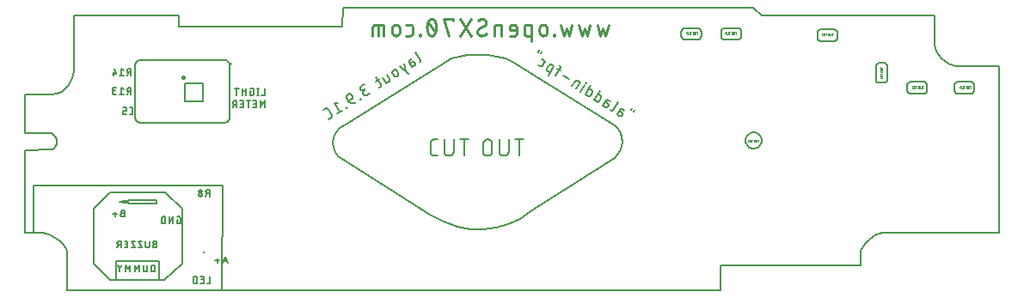
<source format=gbo>
G75*
%MOIN*%
%OFA0B0*%
%FSLAX25Y25*%
%IPPOS*%
%LPD*%
%AMOC8*
5,1,8,0,0,1.08239X$1,22.5*
%
%ADD10C,0.00600*%
%ADD11C,0.00500*%
%ADD12C,0.00800*%
%ADD13C,0.00000*%
%ADD14C,0.01100*%
%ADD15R,0.00787X0.00787*%
%ADD16C,0.01200*%
D10*
X0017703Y0038877D02*
X0017703Y0053068D01*
X0017473Y0054223D01*
X0016826Y0055511D01*
X0015826Y0056843D01*
X0014540Y0058131D01*
X0013031Y0059287D01*
X0011367Y0060221D01*
X0009609Y0060847D01*
X0007826Y0061075D01*
X0001300Y0061075D01*
X0001300Y0093285D01*
X0011489Y0093363D01*
X0012380Y0093845D01*
X0013016Y0094600D01*
X0013395Y0095536D01*
X0013520Y0096561D01*
X0013391Y0097585D01*
X0013008Y0098513D01*
X0012374Y0099256D01*
X0011489Y0099720D01*
X0001300Y0099735D01*
X0001300Y0114803D02*
X0011489Y0114803D01*
X0013651Y0115090D01*
X0015486Y0115887D01*
X0017005Y0117096D01*
X0018220Y0118620D01*
X0019144Y0120362D01*
X0019789Y0122225D01*
X0020167Y0124111D01*
X0020291Y0125924D01*
X0020291Y0145461D01*
X0045202Y0128078D02*
X0045592Y0128199D01*
X0046011Y0128242D01*
X0078563Y0128242D01*
X0078982Y0128199D01*
X0079372Y0128078D01*
X0079726Y0127885D01*
X0080035Y0127630D01*
X0080289Y0127321D01*
X0080482Y0126968D01*
X0080604Y0126577D01*
X0080646Y0126159D01*
X0080646Y0105976D01*
X0080604Y0105558D01*
X0080482Y0105167D01*
X0080289Y0104813D01*
X0080035Y0104505D01*
X0079726Y0104250D01*
X0079372Y0104057D01*
X0078982Y0103935D01*
X0078563Y0103893D01*
X0046011Y0103893D01*
X0045592Y0103935D01*
X0045202Y0104057D01*
X0044848Y0104250D01*
X0044539Y0104505D01*
X0044285Y0104813D01*
X0044092Y0105167D01*
X0043970Y0105558D01*
X0043928Y0105976D01*
X0043928Y0126159D01*
X0043970Y0126577D01*
X0044092Y0126968D01*
X0044285Y0127321D01*
X0044539Y0127630D01*
X0044848Y0127885D01*
X0045202Y0128078D01*
X0042272Y0124858D02*
X0041550Y0124858D01*
X0042272Y0124858D02*
X0042272Y0122258D01*
X0042272Y0123414D02*
X0041550Y0123414D01*
X0041405Y0123414D02*
X0040827Y0122258D01*
X0039423Y0122258D02*
X0037978Y0122258D01*
X0038701Y0122258D02*
X0038701Y0124858D01*
X0039423Y0124281D01*
X0041550Y0124858D02*
X0041497Y0124856D01*
X0041445Y0124850D01*
X0041393Y0124841D01*
X0041342Y0124827D01*
X0041292Y0124810D01*
X0041244Y0124790D01*
X0041197Y0124766D01*
X0041152Y0124738D01*
X0041109Y0124707D01*
X0041068Y0124674D01*
X0041030Y0124637D01*
X0040995Y0124598D01*
X0040963Y0124556D01*
X0040934Y0124512D01*
X0040908Y0124466D01*
X0040886Y0124418D01*
X0040867Y0124369D01*
X0040851Y0124319D01*
X0040840Y0124267D01*
X0040832Y0124215D01*
X0040828Y0124162D01*
X0040828Y0124110D01*
X0040832Y0124057D01*
X0040840Y0124005D01*
X0040851Y0123953D01*
X0040867Y0123903D01*
X0040886Y0123854D01*
X0040908Y0123806D01*
X0040934Y0123760D01*
X0040963Y0123716D01*
X0040995Y0123674D01*
X0041030Y0123635D01*
X0041068Y0123598D01*
X0041109Y0123565D01*
X0041152Y0123534D01*
X0041197Y0123506D01*
X0041244Y0123482D01*
X0041292Y0123462D01*
X0041342Y0123445D01*
X0041393Y0123431D01*
X0041445Y0123422D01*
X0041497Y0123416D01*
X0041550Y0123414D01*
X0036543Y0122836D02*
X0035965Y0124858D01*
X0035532Y0123414D02*
X0035532Y0122258D01*
X0035098Y0122836D02*
X0036543Y0122836D01*
X0036543Y0117483D02*
X0035676Y0117483D01*
X0035676Y0117484D02*
X0035629Y0117482D01*
X0035583Y0117477D01*
X0035538Y0117467D01*
X0035493Y0117454D01*
X0035449Y0117438D01*
X0035407Y0117418D01*
X0035367Y0117395D01*
X0035329Y0117368D01*
X0035293Y0117339D01*
X0035259Y0117306D01*
X0035228Y0117272D01*
X0035200Y0117234D01*
X0035175Y0117195D01*
X0035154Y0117154D01*
X0035136Y0117111D01*
X0035121Y0117067D01*
X0035110Y0117022D01*
X0035102Y0116976D01*
X0035098Y0116929D01*
X0035098Y0116883D01*
X0035102Y0116836D01*
X0035110Y0116790D01*
X0035121Y0116745D01*
X0035136Y0116701D01*
X0035154Y0116658D01*
X0035175Y0116617D01*
X0035200Y0116578D01*
X0035228Y0116540D01*
X0035259Y0116506D01*
X0035293Y0116473D01*
X0035329Y0116444D01*
X0035367Y0116417D01*
X0035407Y0116394D01*
X0035449Y0116374D01*
X0035493Y0116358D01*
X0035538Y0116345D01*
X0035583Y0116335D01*
X0035629Y0116330D01*
X0035676Y0116328D01*
X0036254Y0116328D01*
X0035821Y0116328D02*
X0035768Y0116326D01*
X0035716Y0116320D01*
X0035664Y0116311D01*
X0035613Y0116297D01*
X0035563Y0116280D01*
X0035515Y0116260D01*
X0035468Y0116236D01*
X0035423Y0116208D01*
X0035380Y0116177D01*
X0035339Y0116144D01*
X0035301Y0116107D01*
X0035266Y0116068D01*
X0035234Y0116026D01*
X0035205Y0115982D01*
X0035179Y0115936D01*
X0035157Y0115888D01*
X0035138Y0115839D01*
X0035122Y0115789D01*
X0035111Y0115737D01*
X0035103Y0115685D01*
X0035099Y0115632D01*
X0035099Y0115580D01*
X0035103Y0115527D01*
X0035111Y0115475D01*
X0035122Y0115423D01*
X0035138Y0115373D01*
X0035157Y0115324D01*
X0035179Y0115276D01*
X0035205Y0115230D01*
X0035234Y0115186D01*
X0035266Y0115144D01*
X0035301Y0115105D01*
X0035339Y0115068D01*
X0035380Y0115035D01*
X0035423Y0115004D01*
X0035468Y0114976D01*
X0035515Y0114952D01*
X0035563Y0114932D01*
X0035613Y0114915D01*
X0035664Y0114901D01*
X0035716Y0114892D01*
X0035768Y0114886D01*
X0035821Y0114884D01*
X0035821Y0114883D02*
X0036543Y0114883D01*
X0037978Y0114883D02*
X0039423Y0114883D01*
X0038701Y0114883D02*
X0038701Y0117483D01*
X0039423Y0116906D01*
X0041550Y0117483D02*
X0041497Y0117481D01*
X0041445Y0117475D01*
X0041393Y0117466D01*
X0041342Y0117452D01*
X0041292Y0117435D01*
X0041244Y0117415D01*
X0041197Y0117391D01*
X0041152Y0117363D01*
X0041109Y0117332D01*
X0041068Y0117299D01*
X0041030Y0117262D01*
X0040995Y0117223D01*
X0040963Y0117181D01*
X0040934Y0117137D01*
X0040908Y0117091D01*
X0040886Y0117043D01*
X0040867Y0116994D01*
X0040851Y0116944D01*
X0040840Y0116892D01*
X0040832Y0116840D01*
X0040828Y0116787D01*
X0040828Y0116735D01*
X0040832Y0116682D01*
X0040840Y0116630D01*
X0040851Y0116578D01*
X0040867Y0116528D01*
X0040886Y0116479D01*
X0040908Y0116431D01*
X0040934Y0116385D01*
X0040963Y0116341D01*
X0040995Y0116299D01*
X0041030Y0116260D01*
X0041068Y0116223D01*
X0041109Y0116190D01*
X0041152Y0116159D01*
X0041197Y0116131D01*
X0041244Y0116107D01*
X0041292Y0116087D01*
X0041342Y0116070D01*
X0041393Y0116056D01*
X0041445Y0116047D01*
X0041497Y0116041D01*
X0041550Y0116039D01*
X0042272Y0116039D01*
X0041405Y0116039D02*
X0040827Y0114883D01*
X0042272Y0114883D02*
X0042272Y0117483D01*
X0041550Y0117483D01*
X0041846Y0109733D02*
X0042423Y0109733D01*
X0042423Y0109734D02*
X0042471Y0109732D01*
X0042518Y0109726D01*
X0042565Y0109716D01*
X0042611Y0109703D01*
X0042655Y0109685D01*
X0042698Y0109664D01*
X0042739Y0109640D01*
X0042778Y0109612D01*
X0042814Y0109581D01*
X0042848Y0109547D01*
X0042879Y0109511D01*
X0042907Y0109472D01*
X0042931Y0109431D01*
X0042952Y0109388D01*
X0042970Y0109344D01*
X0042983Y0109298D01*
X0042993Y0109251D01*
X0042999Y0109204D01*
X0043001Y0109156D01*
X0043001Y0107711D01*
X0042999Y0107666D01*
X0042994Y0107621D01*
X0042985Y0107576D01*
X0042973Y0107532D01*
X0042957Y0107490D01*
X0042938Y0107449D01*
X0042916Y0107409D01*
X0042891Y0107371D01*
X0042863Y0107336D01*
X0042832Y0107302D01*
X0042798Y0107271D01*
X0042763Y0107243D01*
X0042725Y0107218D01*
X0042685Y0107196D01*
X0042644Y0107177D01*
X0042602Y0107161D01*
X0042558Y0107149D01*
X0042513Y0107140D01*
X0042468Y0107135D01*
X0042423Y0107133D01*
X0041846Y0107133D01*
X0040587Y0107133D02*
X0039720Y0107133D01*
X0039672Y0107135D01*
X0039625Y0107141D01*
X0039578Y0107151D01*
X0039532Y0107164D01*
X0039488Y0107182D01*
X0039445Y0107203D01*
X0039404Y0107227D01*
X0039365Y0107255D01*
X0039329Y0107286D01*
X0039295Y0107320D01*
X0039264Y0107356D01*
X0039236Y0107395D01*
X0039212Y0107436D01*
X0039191Y0107479D01*
X0039173Y0107523D01*
X0039160Y0107569D01*
X0039150Y0107616D01*
X0039144Y0107663D01*
X0039142Y0107711D01*
X0039143Y0107711D02*
X0039143Y0108000D01*
X0039142Y0108000D02*
X0039144Y0108045D01*
X0039149Y0108090D01*
X0039158Y0108135D01*
X0039170Y0108179D01*
X0039186Y0108221D01*
X0039205Y0108262D01*
X0039227Y0108302D01*
X0039252Y0108340D01*
X0039280Y0108375D01*
X0039311Y0108409D01*
X0039345Y0108440D01*
X0039380Y0108468D01*
X0039418Y0108493D01*
X0039458Y0108515D01*
X0039499Y0108534D01*
X0039541Y0108550D01*
X0039585Y0108562D01*
X0039630Y0108571D01*
X0039675Y0108576D01*
X0039720Y0108578D01*
X0040587Y0108578D01*
X0040587Y0109733D01*
X0039143Y0109733D01*
X0081775Y0109758D02*
X0082353Y0110914D01*
X0082497Y0110914D02*
X0083219Y0110914D01*
X0082497Y0110914D02*
X0082444Y0110916D01*
X0082392Y0110922D01*
X0082340Y0110931D01*
X0082289Y0110945D01*
X0082239Y0110962D01*
X0082191Y0110982D01*
X0082144Y0111006D01*
X0082099Y0111034D01*
X0082056Y0111065D01*
X0082015Y0111098D01*
X0081977Y0111135D01*
X0081942Y0111174D01*
X0081910Y0111216D01*
X0081881Y0111260D01*
X0081855Y0111306D01*
X0081833Y0111354D01*
X0081814Y0111403D01*
X0081798Y0111453D01*
X0081787Y0111505D01*
X0081779Y0111557D01*
X0081775Y0111610D01*
X0081775Y0111662D01*
X0081779Y0111715D01*
X0081787Y0111767D01*
X0081798Y0111819D01*
X0081814Y0111869D01*
X0081833Y0111918D01*
X0081855Y0111966D01*
X0081881Y0112012D01*
X0081910Y0112056D01*
X0081942Y0112098D01*
X0081977Y0112137D01*
X0082015Y0112174D01*
X0082056Y0112207D01*
X0082099Y0112238D01*
X0082144Y0112266D01*
X0082191Y0112290D01*
X0082239Y0112310D01*
X0082289Y0112327D01*
X0082340Y0112341D01*
X0082392Y0112350D01*
X0082444Y0112356D01*
X0082497Y0112358D01*
X0083219Y0112358D01*
X0083219Y0109758D01*
X0084581Y0109758D02*
X0085737Y0109758D01*
X0085737Y0112358D01*
X0084581Y0112358D01*
X0084870Y0111203D02*
X0085737Y0111203D01*
X0087086Y0112358D02*
X0088530Y0112358D01*
X0087808Y0112358D02*
X0087808Y0109758D01*
X0089573Y0109758D02*
X0090729Y0109758D01*
X0090729Y0112358D01*
X0089573Y0112358D01*
X0089862Y0111203D02*
X0090729Y0111203D01*
X0092414Y0112358D02*
X0093280Y0110914D01*
X0094147Y0112358D01*
X0094147Y0109758D01*
X0092414Y0109758D02*
X0092414Y0112358D01*
X0091899Y0114558D02*
X0091321Y0114558D01*
X0091610Y0114558D02*
X0091610Y0117158D01*
X0091899Y0117158D02*
X0091321Y0117158D01*
X0089932Y0116581D02*
X0089932Y0115136D01*
X0089933Y0115136D02*
X0089931Y0115091D01*
X0089926Y0115046D01*
X0089917Y0115001D01*
X0089905Y0114957D01*
X0089889Y0114915D01*
X0089870Y0114874D01*
X0089848Y0114834D01*
X0089823Y0114796D01*
X0089795Y0114761D01*
X0089764Y0114727D01*
X0089730Y0114696D01*
X0089695Y0114668D01*
X0089657Y0114643D01*
X0089617Y0114621D01*
X0089576Y0114602D01*
X0089534Y0114586D01*
X0089490Y0114574D01*
X0089445Y0114565D01*
X0089400Y0114560D01*
X0089355Y0114558D01*
X0088488Y0114558D01*
X0088488Y0116003D01*
X0088921Y0116003D01*
X0089933Y0116581D02*
X0089931Y0116629D01*
X0089925Y0116676D01*
X0089915Y0116723D01*
X0089902Y0116769D01*
X0089884Y0116813D01*
X0089863Y0116856D01*
X0089839Y0116897D01*
X0089811Y0116936D01*
X0089780Y0116972D01*
X0089746Y0117006D01*
X0089710Y0117037D01*
X0089671Y0117065D01*
X0089630Y0117089D01*
X0089587Y0117110D01*
X0089543Y0117128D01*
X0089497Y0117141D01*
X0089450Y0117151D01*
X0089403Y0117157D01*
X0089355Y0117159D01*
X0089355Y0117158D02*
X0088488Y0117158D01*
X0086860Y0117158D02*
X0086860Y0114558D01*
X0085416Y0114558D02*
X0085416Y0117158D01*
X0085416Y0116003D02*
X0086860Y0116003D01*
X0084076Y0117158D02*
X0082632Y0117158D01*
X0083354Y0117158D02*
X0083354Y0114558D01*
X0092991Y0114558D02*
X0094147Y0114558D01*
X0094147Y0117158D01*
X0081104Y0126577D02*
X0080982Y0126968D01*
X0060762Y0141013D02*
X0124178Y0141164D01*
X0124439Y0148568D01*
X0283611Y0148568D01*
X0286803Y0145461D01*
X0353849Y0145461D01*
X0353872Y0134183D01*
X0354104Y0132969D01*
X0354668Y0131631D01*
X0355516Y0130256D01*
X0356599Y0128933D01*
X0357869Y0127750D01*
X0359276Y0126796D01*
X0360773Y0126160D01*
X0362309Y0125929D01*
X0362585Y0125935D01*
X0378794Y0125924D01*
X0378794Y0061075D01*
X0333600Y0061075D01*
X0332610Y0060907D01*
X0331351Y0060421D01*
X0329946Y0059641D01*
X0328519Y0058595D01*
X0327194Y0057307D01*
X0326094Y0055804D01*
X0325344Y0054111D01*
X0325066Y0052254D01*
X0325066Y0048361D01*
X0270858Y0048361D01*
X0270858Y0038877D01*
X0017703Y0038877D01*
X0037965Y0046008D02*
X0037965Y0047381D01*
X0037098Y0048608D01*
X0037965Y0047381D02*
X0038831Y0048608D01*
X0040266Y0048608D02*
X0041133Y0047164D01*
X0041999Y0048608D01*
X0041999Y0046008D01*
X0043722Y0046008D02*
X0043722Y0048608D01*
X0044589Y0047164D01*
X0045455Y0048608D01*
X0045455Y0046008D01*
X0047130Y0046731D02*
X0047130Y0048608D01*
X0048575Y0048608D02*
X0048575Y0046731D01*
X0048573Y0046678D01*
X0048567Y0046626D01*
X0048558Y0046574D01*
X0048544Y0046523D01*
X0048527Y0046473D01*
X0048507Y0046425D01*
X0048483Y0046378D01*
X0048455Y0046333D01*
X0048424Y0046290D01*
X0048391Y0046249D01*
X0048354Y0046211D01*
X0048315Y0046176D01*
X0048273Y0046144D01*
X0048229Y0046115D01*
X0048183Y0046089D01*
X0048135Y0046067D01*
X0048086Y0046048D01*
X0048036Y0046032D01*
X0047984Y0046021D01*
X0047932Y0046013D01*
X0047879Y0046009D01*
X0047827Y0046009D01*
X0047774Y0046013D01*
X0047722Y0046021D01*
X0047670Y0046032D01*
X0047620Y0046048D01*
X0047571Y0046067D01*
X0047523Y0046089D01*
X0047477Y0046115D01*
X0047433Y0046144D01*
X0047391Y0046176D01*
X0047352Y0046211D01*
X0047315Y0046249D01*
X0047282Y0046290D01*
X0047251Y0046333D01*
X0047223Y0046378D01*
X0047199Y0046425D01*
X0047179Y0046473D01*
X0047162Y0046523D01*
X0047148Y0046574D01*
X0047139Y0046626D01*
X0047133Y0046678D01*
X0047131Y0046731D01*
X0050202Y0046731D02*
X0050202Y0047886D01*
X0050203Y0047886D02*
X0050205Y0047938D01*
X0050210Y0047989D01*
X0050219Y0048039D01*
X0050232Y0048089D01*
X0050249Y0048138D01*
X0050268Y0048186D01*
X0050291Y0048232D01*
X0050318Y0048276D01*
X0050347Y0048319D01*
X0050379Y0048359D01*
X0050414Y0048397D01*
X0050452Y0048432D01*
X0050492Y0048464D01*
X0050535Y0048493D01*
X0050579Y0048520D01*
X0050625Y0048543D01*
X0050673Y0048562D01*
X0050722Y0048579D01*
X0050772Y0048592D01*
X0050822Y0048601D01*
X0050873Y0048606D01*
X0050925Y0048608D01*
X0051647Y0048608D01*
X0051647Y0046008D01*
X0050925Y0046008D01*
X0050925Y0046009D02*
X0050873Y0046011D01*
X0050822Y0046016D01*
X0050772Y0046025D01*
X0050722Y0046038D01*
X0050673Y0046055D01*
X0050625Y0046074D01*
X0050579Y0046097D01*
X0050535Y0046124D01*
X0050492Y0046153D01*
X0050452Y0046185D01*
X0050414Y0046220D01*
X0050379Y0046258D01*
X0050347Y0046298D01*
X0050318Y0046341D01*
X0050291Y0046385D01*
X0050268Y0046431D01*
X0050249Y0046479D01*
X0050232Y0046528D01*
X0050219Y0046578D01*
X0050210Y0046628D01*
X0050205Y0046679D01*
X0050203Y0046731D01*
X0040266Y0046008D02*
X0040266Y0048608D01*
X0039850Y0055383D02*
X0041006Y0055383D01*
X0041006Y0057983D01*
X0039850Y0057983D01*
X0040139Y0056828D02*
X0041006Y0056828D01*
X0042451Y0057983D02*
X0043895Y0055383D01*
X0042451Y0055383D01*
X0042451Y0057983D02*
X0043895Y0057983D01*
X0045139Y0057983D02*
X0046583Y0055383D01*
X0045139Y0055383D01*
X0045139Y0057983D02*
X0046583Y0057983D01*
X0048019Y0057983D02*
X0048019Y0056106D01*
X0048021Y0056053D01*
X0048027Y0056001D01*
X0048036Y0055949D01*
X0048050Y0055898D01*
X0048067Y0055848D01*
X0048087Y0055800D01*
X0048111Y0055753D01*
X0048139Y0055708D01*
X0048170Y0055665D01*
X0048203Y0055624D01*
X0048240Y0055586D01*
X0048279Y0055551D01*
X0048321Y0055519D01*
X0048365Y0055490D01*
X0048411Y0055464D01*
X0048459Y0055442D01*
X0048508Y0055423D01*
X0048558Y0055407D01*
X0048610Y0055396D01*
X0048662Y0055388D01*
X0048715Y0055384D01*
X0048767Y0055384D01*
X0048820Y0055388D01*
X0048872Y0055396D01*
X0048924Y0055407D01*
X0048974Y0055423D01*
X0049023Y0055442D01*
X0049071Y0055464D01*
X0049117Y0055490D01*
X0049161Y0055519D01*
X0049203Y0055551D01*
X0049242Y0055586D01*
X0049279Y0055624D01*
X0049312Y0055665D01*
X0049343Y0055708D01*
X0049371Y0055753D01*
X0049395Y0055800D01*
X0049415Y0055848D01*
X0049432Y0055898D01*
X0049446Y0055949D01*
X0049455Y0056001D01*
X0049461Y0056053D01*
X0049463Y0056106D01*
X0049463Y0057983D01*
X0051550Y0057983D02*
X0052272Y0057983D01*
X0052272Y0055383D01*
X0051550Y0055383D01*
X0051550Y0055384D02*
X0051497Y0055386D01*
X0051445Y0055392D01*
X0051393Y0055401D01*
X0051342Y0055415D01*
X0051292Y0055432D01*
X0051244Y0055452D01*
X0051197Y0055476D01*
X0051152Y0055504D01*
X0051109Y0055535D01*
X0051068Y0055568D01*
X0051030Y0055605D01*
X0050995Y0055644D01*
X0050963Y0055686D01*
X0050934Y0055730D01*
X0050908Y0055776D01*
X0050886Y0055824D01*
X0050867Y0055873D01*
X0050851Y0055923D01*
X0050840Y0055975D01*
X0050832Y0056027D01*
X0050828Y0056080D01*
X0050828Y0056132D01*
X0050832Y0056185D01*
X0050840Y0056237D01*
X0050851Y0056289D01*
X0050867Y0056339D01*
X0050886Y0056388D01*
X0050908Y0056436D01*
X0050934Y0056482D01*
X0050963Y0056526D01*
X0050995Y0056568D01*
X0051030Y0056607D01*
X0051068Y0056644D01*
X0051109Y0056677D01*
X0051152Y0056708D01*
X0051197Y0056736D01*
X0051244Y0056760D01*
X0051292Y0056780D01*
X0051342Y0056797D01*
X0051393Y0056811D01*
X0051445Y0056820D01*
X0051497Y0056826D01*
X0051550Y0056828D01*
X0052272Y0056828D01*
X0051550Y0056828D02*
X0051503Y0056830D01*
X0051457Y0056835D01*
X0051412Y0056845D01*
X0051367Y0056858D01*
X0051323Y0056874D01*
X0051281Y0056894D01*
X0051241Y0056917D01*
X0051203Y0056944D01*
X0051167Y0056973D01*
X0051133Y0057006D01*
X0051102Y0057040D01*
X0051074Y0057078D01*
X0051049Y0057117D01*
X0051028Y0057158D01*
X0051010Y0057201D01*
X0050995Y0057245D01*
X0050984Y0057290D01*
X0050976Y0057336D01*
X0050972Y0057383D01*
X0050972Y0057429D01*
X0050976Y0057476D01*
X0050984Y0057522D01*
X0050995Y0057567D01*
X0051010Y0057611D01*
X0051028Y0057654D01*
X0051049Y0057695D01*
X0051074Y0057734D01*
X0051102Y0057772D01*
X0051133Y0057806D01*
X0051167Y0057839D01*
X0051203Y0057868D01*
X0051241Y0057895D01*
X0051281Y0057918D01*
X0051323Y0057938D01*
X0051367Y0057954D01*
X0051412Y0057967D01*
X0051457Y0057977D01*
X0051503Y0057982D01*
X0051550Y0057984D01*
X0054781Y0064758D02*
X0055503Y0064758D01*
X0055503Y0067358D01*
X0054781Y0067358D01*
X0054729Y0067356D01*
X0054678Y0067351D01*
X0054628Y0067342D01*
X0054578Y0067329D01*
X0054529Y0067312D01*
X0054481Y0067293D01*
X0054435Y0067270D01*
X0054391Y0067243D01*
X0054348Y0067214D01*
X0054308Y0067182D01*
X0054270Y0067147D01*
X0054235Y0067109D01*
X0054203Y0067069D01*
X0054174Y0067026D01*
X0054147Y0066982D01*
X0054124Y0066936D01*
X0054105Y0066888D01*
X0054088Y0066839D01*
X0054075Y0066789D01*
X0054066Y0066739D01*
X0054061Y0066688D01*
X0054059Y0066636D01*
X0054058Y0066636D02*
X0054058Y0065481D01*
X0054059Y0065481D02*
X0054061Y0065429D01*
X0054066Y0065378D01*
X0054075Y0065328D01*
X0054088Y0065278D01*
X0054105Y0065229D01*
X0054124Y0065181D01*
X0054147Y0065135D01*
X0054174Y0065091D01*
X0054203Y0065048D01*
X0054235Y0065008D01*
X0054270Y0064970D01*
X0054308Y0064935D01*
X0054348Y0064903D01*
X0054391Y0064874D01*
X0054435Y0064847D01*
X0054481Y0064824D01*
X0054529Y0064805D01*
X0054578Y0064788D01*
X0054628Y0064775D01*
X0054678Y0064766D01*
X0054729Y0064761D01*
X0054781Y0064759D01*
X0057130Y0064758D02*
X0057130Y0067358D01*
X0058575Y0067358D02*
X0057130Y0064758D01*
X0058575Y0064758D02*
X0058575Y0067358D01*
X0060202Y0067358D02*
X0061069Y0067358D01*
X0061069Y0067359D02*
X0061117Y0067357D01*
X0061164Y0067351D01*
X0061211Y0067341D01*
X0061257Y0067328D01*
X0061301Y0067310D01*
X0061344Y0067289D01*
X0061385Y0067265D01*
X0061424Y0067237D01*
X0061460Y0067206D01*
X0061494Y0067172D01*
X0061525Y0067136D01*
X0061553Y0067097D01*
X0061577Y0067056D01*
X0061598Y0067013D01*
X0061616Y0066969D01*
X0061629Y0066923D01*
X0061639Y0066876D01*
X0061645Y0066829D01*
X0061647Y0066781D01*
X0061647Y0065336D01*
X0061645Y0065291D01*
X0061640Y0065246D01*
X0061631Y0065201D01*
X0061619Y0065157D01*
X0061603Y0065115D01*
X0061584Y0065074D01*
X0061562Y0065034D01*
X0061537Y0064996D01*
X0061509Y0064961D01*
X0061478Y0064927D01*
X0061444Y0064896D01*
X0061409Y0064868D01*
X0061371Y0064843D01*
X0061331Y0064821D01*
X0061290Y0064802D01*
X0061248Y0064786D01*
X0061204Y0064774D01*
X0061159Y0064765D01*
X0061114Y0064760D01*
X0061069Y0064758D01*
X0060202Y0064758D01*
X0060202Y0066203D01*
X0060636Y0066203D01*
X0068497Y0076031D02*
X0068499Y0075978D01*
X0068505Y0075926D01*
X0068514Y0075874D01*
X0068528Y0075823D01*
X0068545Y0075773D01*
X0068565Y0075725D01*
X0068589Y0075678D01*
X0068617Y0075633D01*
X0068648Y0075590D01*
X0068681Y0075549D01*
X0068718Y0075511D01*
X0068757Y0075476D01*
X0068799Y0075444D01*
X0068843Y0075415D01*
X0068889Y0075389D01*
X0068937Y0075367D01*
X0068986Y0075348D01*
X0069036Y0075332D01*
X0069088Y0075321D01*
X0069140Y0075313D01*
X0069193Y0075309D01*
X0069245Y0075309D01*
X0069298Y0075313D01*
X0069350Y0075321D01*
X0069402Y0075332D01*
X0069452Y0075348D01*
X0069501Y0075367D01*
X0069549Y0075389D01*
X0069595Y0075415D01*
X0069639Y0075444D01*
X0069681Y0075476D01*
X0069720Y0075511D01*
X0069757Y0075549D01*
X0069790Y0075590D01*
X0069821Y0075633D01*
X0069849Y0075678D01*
X0069873Y0075725D01*
X0069893Y0075773D01*
X0069910Y0075823D01*
X0069924Y0075874D01*
X0069933Y0075926D01*
X0069939Y0075978D01*
X0069941Y0076031D01*
X0069939Y0076084D01*
X0069933Y0076136D01*
X0069924Y0076188D01*
X0069910Y0076239D01*
X0069893Y0076289D01*
X0069873Y0076337D01*
X0069849Y0076384D01*
X0069821Y0076429D01*
X0069790Y0076472D01*
X0069757Y0076513D01*
X0069720Y0076551D01*
X0069681Y0076586D01*
X0069639Y0076618D01*
X0069595Y0076647D01*
X0069549Y0076673D01*
X0069501Y0076695D01*
X0069452Y0076714D01*
X0069402Y0076730D01*
X0069350Y0076741D01*
X0069298Y0076749D01*
X0069245Y0076753D01*
X0069193Y0076753D01*
X0069140Y0076749D01*
X0069088Y0076741D01*
X0069036Y0076730D01*
X0068986Y0076714D01*
X0068937Y0076695D01*
X0068889Y0076673D01*
X0068843Y0076647D01*
X0068799Y0076618D01*
X0068757Y0076586D01*
X0068718Y0076551D01*
X0068681Y0076513D01*
X0068648Y0076472D01*
X0068617Y0076429D01*
X0068589Y0076384D01*
X0068565Y0076337D01*
X0068545Y0076289D01*
X0068528Y0076239D01*
X0068514Y0076188D01*
X0068505Y0076136D01*
X0068499Y0076084D01*
X0068497Y0076031D01*
X0068641Y0077331D02*
X0068643Y0077284D01*
X0068648Y0077238D01*
X0068658Y0077193D01*
X0068671Y0077148D01*
X0068687Y0077104D01*
X0068707Y0077062D01*
X0068730Y0077022D01*
X0068757Y0076984D01*
X0068786Y0076948D01*
X0068819Y0076914D01*
X0068853Y0076883D01*
X0068891Y0076855D01*
X0068930Y0076830D01*
X0068971Y0076809D01*
X0069014Y0076791D01*
X0069058Y0076776D01*
X0069103Y0076765D01*
X0069149Y0076757D01*
X0069196Y0076753D01*
X0069242Y0076753D01*
X0069289Y0076757D01*
X0069335Y0076765D01*
X0069380Y0076776D01*
X0069424Y0076791D01*
X0069467Y0076809D01*
X0069508Y0076830D01*
X0069547Y0076855D01*
X0069585Y0076883D01*
X0069619Y0076914D01*
X0069652Y0076948D01*
X0069681Y0076984D01*
X0069708Y0077022D01*
X0069731Y0077062D01*
X0069751Y0077104D01*
X0069767Y0077148D01*
X0069780Y0077193D01*
X0069790Y0077238D01*
X0069795Y0077284D01*
X0069797Y0077331D01*
X0069795Y0077378D01*
X0069790Y0077424D01*
X0069780Y0077469D01*
X0069767Y0077514D01*
X0069751Y0077558D01*
X0069731Y0077600D01*
X0069708Y0077640D01*
X0069681Y0077678D01*
X0069652Y0077714D01*
X0069619Y0077748D01*
X0069585Y0077779D01*
X0069547Y0077807D01*
X0069508Y0077832D01*
X0069467Y0077853D01*
X0069424Y0077871D01*
X0069380Y0077886D01*
X0069335Y0077897D01*
X0069289Y0077905D01*
X0069242Y0077909D01*
X0069196Y0077909D01*
X0069149Y0077905D01*
X0069103Y0077897D01*
X0069058Y0077886D01*
X0069014Y0077871D01*
X0068971Y0077853D01*
X0068930Y0077832D01*
X0068891Y0077807D01*
X0068853Y0077779D01*
X0068819Y0077748D01*
X0068786Y0077714D01*
X0068757Y0077678D01*
X0068730Y0077640D01*
X0068707Y0077600D01*
X0068687Y0077558D01*
X0068671Y0077514D01*
X0068658Y0077469D01*
X0068648Y0077424D01*
X0068643Y0077378D01*
X0068641Y0077331D01*
X0071346Y0075308D02*
X0071924Y0076464D01*
X0072068Y0076464D02*
X0072790Y0076464D01*
X0072068Y0076464D02*
X0072015Y0076466D01*
X0071963Y0076472D01*
X0071911Y0076481D01*
X0071860Y0076495D01*
X0071810Y0076512D01*
X0071762Y0076532D01*
X0071715Y0076556D01*
X0071670Y0076584D01*
X0071627Y0076615D01*
X0071586Y0076648D01*
X0071548Y0076685D01*
X0071513Y0076724D01*
X0071481Y0076766D01*
X0071452Y0076810D01*
X0071426Y0076856D01*
X0071404Y0076904D01*
X0071385Y0076953D01*
X0071369Y0077003D01*
X0071358Y0077055D01*
X0071350Y0077107D01*
X0071346Y0077160D01*
X0071346Y0077212D01*
X0071350Y0077265D01*
X0071358Y0077317D01*
X0071369Y0077369D01*
X0071385Y0077419D01*
X0071404Y0077468D01*
X0071426Y0077516D01*
X0071452Y0077562D01*
X0071481Y0077606D01*
X0071513Y0077648D01*
X0071548Y0077687D01*
X0071586Y0077724D01*
X0071627Y0077757D01*
X0071670Y0077788D01*
X0071715Y0077816D01*
X0071762Y0077840D01*
X0071810Y0077860D01*
X0071860Y0077877D01*
X0071911Y0077891D01*
X0071963Y0077900D01*
X0072015Y0077906D01*
X0072068Y0077908D01*
X0072790Y0077908D01*
X0072790Y0075308D01*
X0077717Y0079347D02*
X0077684Y0039347D01*
X0072897Y0041633D02*
X0071741Y0041633D01*
X0072897Y0041633D02*
X0072897Y0044233D01*
X0070401Y0044233D02*
X0070401Y0041633D01*
X0069245Y0041633D01*
X0067914Y0041633D02*
X0067192Y0041633D01*
X0067914Y0041633D02*
X0067914Y0044233D01*
X0067192Y0044233D01*
X0067140Y0044231D01*
X0067089Y0044226D01*
X0067039Y0044217D01*
X0066989Y0044204D01*
X0066940Y0044187D01*
X0066892Y0044168D01*
X0066846Y0044145D01*
X0066802Y0044118D01*
X0066759Y0044089D01*
X0066719Y0044057D01*
X0066681Y0044022D01*
X0066646Y0043984D01*
X0066614Y0043944D01*
X0066585Y0043901D01*
X0066558Y0043857D01*
X0066535Y0043811D01*
X0066516Y0043763D01*
X0066499Y0043714D01*
X0066486Y0043664D01*
X0066477Y0043614D01*
X0066472Y0043563D01*
X0066470Y0043511D01*
X0066470Y0042356D01*
X0066472Y0042304D01*
X0066477Y0042253D01*
X0066486Y0042203D01*
X0066499Y0042153D01*
X0066516Y0042104D01*
X0066535Y0042056D01*
X0066558Y0042010D01*
X0066585Y0041966D01*
X0066614Y0041923D01*
X0066646Y0041883D01*
X0066681Y0041845D01*
X0066719Y0041810D01*
X0066759Y0041778D01*
X0066802Y0041749D01*
X0066846Y0041722D01*
X0066892Y0041699D01*
X0066940Y0041680D01*
X0066989Y0041663D01*
X0067039Y0041650D01*
X0067089Y0041641D01*
X0067140Y0041636D01*
X0067192Y0041634D01*
X0069534Y0043078D02*
X0070401Y0043078D01*
X0070401Y0044233D02*
X0069245Y0044233D01*
X0075833Y0049528D02*
X0075833Y0051261D01*
X0074967Y0050394D02*
X0076700Y0050394D01*
X0078255Y0050033D02*
X0079555Y0050033D01*
X0079772Y0049383D02*
X0078905Y0051983D01*
X0078039Y0049383D01*
X0038488Y0055383D02*
X0038488Y0057983D01*
X0037766Y0057983D01*
X0037713Y0057981D01*
X0037661Y0057975D01*
X0037609Y0057966D01*
X0037558Y0057952D01*
X0037508Y0057935D01*
X0037460Y0057915D01*
X0037413Y0057891D01*
X0037368Y0057863D01*
X0037325Y0057832D01*
X0037284Y0057799D01*
X0037246Y0057762D01*
X0037211Y0057723D01*
X0037179Y0057681D01*
X0037150Y0057637D01*
X0037124Y0057591D01*
X0037102Y0057543D01*
X0037083Y0057494D01*
X0037067Y0057444D01*
X0037056Y0057392D01*
X0037048Y0057340D01*
X0037044Y0057287D01*
X0037044Y0057235D01*
X0037048Y0057182D01*
X0037056Y0057130D01*
X0037067Y0057078D01*
X0037083Y0057028D01*
X0037102Y0056979D01*
X0037124Y0056931D01*
X0037150Y0056885D01*
X0037179Y0056841D01*
X0037211Y0056799D01*
X0037246Y0056760D01*
X0037284Y0056723D01*
X0037325Y0056690D01*
X0037368Y0056659D01*
X0037413Y0056631D01*
X0037460Y0056607D01*
X0037508Y0056587D01*
X0037558Y0056570D01*
X0037609Y0056556D01*
X0037661Y0056547D01*
X0037713Y0056541D01*
X0037766Y0056539D01*
X0038488Y0056539D01*
X0037622Y0056539D02*
X0037044Y0055383D01*
X0039050Y0067383D02*
X0039772Y0067383D01*
X0039772Y0069983D01*
X0039050Y0069983D01*
X0039050Y0069984D02*
X0039003Y0069982D01*
X0038957Y0069977D01*
X0038912Y0069967D01*
X0038867Y0069954D01*
X0038823Y0069938D01*
X0038781Y0069918D01*
X0038741Y0069895D01*
X0038703Y0069868D01*
X0038667Y0069839D01*
X0038633Y0069806D01*
X0038602Y0069772D01*
X0038574Y0069734D01*
X0038549Y0069695D01*
X0038528Y0069654D01*
X0038510Y0069611D01*
X0038495Y0069567D01*
X0038484Y0069522D01*
X0038476Y0069476D01*
X0038472Y0069429D01*
X0038472Y0069383D01*
X0038476Y0069336D01*
X0038484Y0069290D01*
X0038495Y0069245D01*
X0038510Y0069201D01*
X0038528Y0069158D01*
X0038549Y0069117D01*
X0038574Y0069078D01*
X0038602Y0069040D01*
X0038633Y0069006D01*
X0038667Y0068973D01*
X0038703Y0068944D01*
X0038741Y0068917D01*
X0038781Y0068894D01*
X0038823Y0068874D01*
X0038867Y0068858D01*
X0038912Y0068845D01*
X0038957Y0068835D01*
X0039003Y0068830D01*
X0039050Y0068828D01*
X0039772Y0068828D01*
X0039050Y0068828D02*
X0038997Y0068826D01*
X0038945Y0068820D01*
X0038893Y0068811D01*
X0038842Y0068797D01*
X0038792Y0068780D01*
X0038744Y0068760D01*
X0038697Y0068736D01*
X0038652Y0068708D01*
X0038609Y0068677D01*
X0038568Y0068644D01*
X0038530Y0068607D01*
X0038495Y0068568D01*
X0038463Y0068526D01*
X0038434Y0068482D01*
X0038408Y0068436D01*
X0038386Y0068388D01*
X0038367Y0068339D01*
X0038351Y0068289D01*
X0038340Y0068237D01*
X0038332Y0068185D01*
X0038328Y0068132D01*
X0038328Y0068080D01*
X0038332Y0068027D01*
X0038340Y0067975D01*
X0038351Y0067923D01*
X0038367Y0067873D01*
X0038386Y0067824D01*
X0038408Y0067776D01*
X0038434Y0067730D01*
X0038463Y0067686D01*
X0038495Y0067644D01*
X0038530Y0067605D01*
X0038568Y0067568D01*
X0038609Y0067535D01*
X0038652Y0067504D01*
X0038697Y0067476D01*
X0038744Y0067452D01*
X0038792Y0067432D01*
X0038842Y0067415D01*
X0038893Y0067401D01*
X0038945Y0067392D01*
X0038997Y0067386D01*
X0039050Y0067384D01*
X0037012Y0068394D02*
X0035278Y0068394D01*
X0036145Y0067528D02*
X0036145Y0069261D01*
X0004443Y0061576D02*
X0004409Y0079347D01*
X0077717Y0079347D01*
X0120878Y0094247D02*
X0121562Y0092486D01*
X0122690Y0090966D01*
X0124225Y0089783D01*
X0158265Y0068189D01*
X0163523Y0065449D01*
X0168754Y0063607D01*
X0173919Y0062628D01*
X0178974Y0062478D01*
X0183880Y0063119D01*
X0188596Y0064518D01*
X0193079Y0066639D01*
X0197289Y0069447D01*
X0229895Y0090159D01*
X0230978Y0091402D01*
X0231843Y0092915D01*
X0232442Y0094612D01*
X0232729Y0096404D01*
X0232659Y0098204D01*
X0232183Y0099923D01*
X0231257Y0101475D01*
X0229833Y0102771D01*
X0190100Y0127595D01*
X0187592Y0128804D01*
X0184372Y0129643D01*
X0180700Y0130126D01*
X0176836Y0130263D01*
X0173041Y0130067D01*
X0169574Y0129549D01*
X0166698Y0128721D01*
X0164671Y0127595D01*
X0125405Y0103236D01*
X0123317Y0101738D01*
X0121857Y0099993D01*
X0120989Y0098097D01*
X0120674Y0096150D01*
X0120878Y0094247D01*
X0158497Y0095986D02*
X0158497Y0092431D01*
X0158499Y0092357D01*
X0158505Y0092282D01*
X0158515Y0092209D01*
X0158528Y0092135D01*
X0158545Y0092063D01*
X0158567Y0091992D01*
X0158591Y0091921D01*
X0158620Y0091853D01*
X0158652Y0091785D01*
X0158688Y0091720D01*
X0158726Y0091657D01*
X0158769Y0091595D01*
X0158814Y0091536D01*
X0158862Y0091479D01*
X0158913Y0091425D01*
X0158967Y0091374D01*
X0159024Y0091326D01*
X0159083Y0091281D01*
X0159145Y0091238D01*
X0159208Y0091200D01*
X0159273Y0091164D01*
X0159341Y0091132D01*
X0159409Y0091103D01*
X0159480Y0091079D01*
X0159551Y0091057D01*
X0159623Y0091040D01*
X0159697Y0091027D01*
X0159770Y0091017D01*
X0159845Y0091011D01*
X0159919Y0091009D01*
X0159919Y0091008D02*
X0161341Y0091008D01*
X0163846Y0092786D02*
X0163846Y0097408D01*
X0161341Y0097408D02*
X0159919Y0097408D01*
X0159845Y0097406D01*
X0159770Y0097400D01*
X0159697Y0097390D01*
X0159623Y0097377D01*
X0159551Y0097360D01*
X0159480Y0097338D01*
X0159409Y0097314D01*
X0159341Y0097285D01*
X0159273Y0097253D01*
X0159208Y0097217D01*
X0159145Y0097179D01*
X0159083Y0097136D01*
X0159024Y0097091D01*
X0158967Y0097043D01*
X0158913Y0096992D01*
X0158862Y0096937D01*
X0158814Y0096881D01*
X0158769Y0096822D01*
X0158726Y0096760D01*
X0158688Y0096697D01*
X0158652Y0096632D01*
X0158620Y0096564D01*
X0158591Y0096496D01*
X0158567Y0096425D01*
X0158545Y0096354D01*
X0158528Y0096282D01*
X0158515Y0096208D01*
X0158505Y0096135D01*
X0158499Y0096060D01*
X0158497Y0095986D01*
X0163846Y0092786D02*
X0163848Y0092703D01*
X0163854Y0092620D01*
X0163864Y0092537D01*
X0163877Y0092454D01*
X0163895Y0092373D01*
X0163916Y0092292D01*
X0163941Y0092213D01*
X0163970Y0092135D01*
X0164002Y0092058D01*
X0164038Y0091983D01*
X0164077Y0091909D01*
X0164120Y0091838D01*
X0164166Y0091768D01*
X0164216Y0091701D01*
X0164268Y0091636D01*
X0164323Y0091574D01*
X0164382Y0091514D01*
X0164443Y0091457D01*
X0164506Y0091403D01*
X0164572Y0091352D01*
X0164641Y0091305D01*
X0164711Y0091260D01*
X0164784Y0091219D01*
X0164858Y0091182D01*
X0164934Y0091147D01*
X0165012Y0091117D01*
X0165090Y0091090D01*
X0165171Y0091067D01*
X0165252Y0091047D01*
X0165334Y0091032D01*
X0165416Y0091020D01*
X0165499Y0091012D01*
X0165582Y0091008D01*
X0165666Y0091008D01*
X0165749Y0091012D01*
X0165832Y0091020D01*
X0165914Y0091032D01*
X0165996Y0091047D01*
X0166077Y0091067D01*
X0166158Y0091090D01*
X0166236Y0091117D01*
X0166314Y0091147D01*
X0166390Y0091182D01*
X0166464Y0091219D01*
X0166537Y0091260D01*
X0166607Y0091305D01*
X0166676Y0091352D01*
X0166742Y0091403D01*
X0166805Y0091457D01*
X0166866Y0091514D01*
X0166925Y0091574D01*
X0166980Y0091636D01*
X0167032Y0091701D01*
X0167082Y0091768D01*
X0167128Y0091838D01*
X0167171Y0091909D01*
X0167210Y0091983D01*
X0167246Y0092058D01*
X0167278Y0092135D01*
X0167307Y0092213D01*
X0167332Y0092292D01*
X0167353Y0092373D01*
X0167371Y0092454D01*
X0167384Y0092537D01*
X0167394Y0092620D01*
X0167400Y0092703D01*
X0167402Y0092786D01*
X0167401Y0092786D02*
X0167401Y0097408D01*
X0169795Y0097408D02*
X0173350Y0097408D01*
X0171573Y0097408D02*
X0171573Y0091008D01*
X0178821Y0092786D02*
X0178821Y0095631D01*
X0178820Y0095631D02*
X0178822Y0095714D01*
X0178828Y0095797D01*
X0178838Y0095880D01*
X0178851Y0095963D01*
X0178869Y0096044D01*
X0178890Y0096125D01*
X0178915Y0096204D01*
X0178944Y0096282D01*
X0178976Y0096359D01*
X0179012Y0096434D01*
X0179051Y0096508D01*
X0179094Y0096579D01*
X0179140Y0096649D01*
X0179190Y0096716D01*
X0179242Y0096781D01*
X0179297Y0096843D01*
X0179356Y0096903D01*
X0179417Y0096960D01*
X0179480Y0097014D01*
X0179546Y0097065D01*
X0179615Y0097112D01*
X0179685Y0097157D01*
X0179758Y0097198D01*
X0179832Y0097235D01*
X0179908Y0097270D01*
X0179986Y0097300D01*
X0180064Y0097327D01*
X0180145Y0097350D01*
X0180226Y0097370D01*
X0180308Y0097385D01*
X0180390Y0097397D01*
X0180473Y0097405D01*
X0180556Y0097409D01*
X0180640Y0097409D01*
X0180723Y0097405D01*
X0180806Y0097397D01*
X0180888Y0097385D01*
X0180970Y0097370D01*
X0181051Y0097350D01*
X0181132Y0097327D01*
X0181210Y0097300D01*
X0181288Y0097270D01*
X0181364Y0097235D01*
X0181438Y0097198D01*
X0181511Y0097157D01*
X0181581Y0097112D01*
X0181650Y0097065D01*
X0181716Y0097014D01*
X0181779Y0096960D01*
X0181840Y0096903D01*
X0181899Y0096843D01*
X0181954Y0096781D01*
X0182006Y0096716D01*
X0182056Y0096649D01*
X0182102Y0096579D01*
X0182145Y0096508D01*
X0182184Y0096434D01*
X0182220Y0096359D01*
X0182252Y0096282D01*
X0182281Y0096204D01*
X0182306Y0096125D01*
X0182327Y0096044D01*
X0182345Y0095963D01*
X0182358Y0095880D01*
X0182368Y0095797D01*
X0182374Y0095714D01*
X0182376Y0095631D01*
X0182376Y0092786D01*
X0182374Y0092703D01*
X0182368Y0092620D01*
X0182358Y0092537D01*
X0182345Y0092454D01*
X0182327Y0092373D01*
X0182306Y0092292D01*
X0182281Y0092213D01*
X0182252Y0092135D01*
X0182220Y0092058D01*
X0182184Y0091983D01*
X0182145Y0091909D01*
X0182102Y0091838D01*
X0182056Y0091768D01*
X0182006Y0091701D01*
X0181954Y0091636D01*
X0181899Y0091574D01*
X0181840Y0091514D01*
X0181779Y0091457D01*
X0181716Y0091403D01*
X0181650Y0091352D01*
X0181581Y0091305D01*
X0181511Y0091260D01*
X0181438Y0091219D01*
X0181364Y0091182D01*
X0181288Y0091147D01*
X0181210Y0091117D01*
X0181132Y0091090D01*
X0181051Y0091067D01*
X0180970Y0091047D01*
X0180888Y0091032D01*
X0180806Y0091020D01*
X0180723Y0091012D01*
X0180640Y0091008D01*
X0180556Y0091008D01*
X0180473Y0091012D01*
X0180390Y0091020D01*
X0180308Y0091032D01*
X0180226Y0091047D01*
X0180145Y0091067D01*
X0180064Y0091090D01*
X0179986Y0091117D01*
X0179908Y0091147D01*
X0179832Y0091182D01*
X0179758Y0091219D01*
X0179685Y0091260D01*
X0179615Y0091305D01*
X0179546Y0091352D01*
X0179480Y0091403D01*
X0179417Y0091457D01*
X0179356Y0091514D01*
X0179297Y0091574D01*
X0179242Y0091636D01*
X0179190Y0091701D01*
X0179140Y0091768D01*
X0179094Y0091838D01*
X0179051Y0091909D01*
X0179012Y0091983D01*
X0178976Y0092058D01*
X0178944Y0092135D01*
X0178915Y0092213D01*
X0178890Y0092292D01*
X0178869Y0092373D01*
X0178851Y0092454D01*
X0178838Y0092537D01*
X0178828Y0092620D01*
X0178822Y0092703D01*
X0178820Y0092786D01*
X0185180Y0092786D02*
X0185180Y0097408D01*
X0188735Y0097408D02*
X0188735Y0092786D01*
X0188736Y0092786D02*
X0188734Y0092703D01*
X0188728Y0092620D01*
X0188718Y0092537D01*
X0188705Y0092454D01*
X0188687Y0092373D01*
X0188666Y0092292D01*
X0188641Y0092213D01*
X0188612Y0092135D01*
X0188580Y0092058D01*
X0188544Y0091983D01*
X0188505Y0091909D01*
X0188462Y0091838D01*
X0188416Y0091768D01*
X0188366Y0091701D01*
X0188314Y0091636D01*
X0188259Y0091574D01*
X0188200Y0091514D01*
X0188139Y0091457D01*
X0188076Y0091403D01*
X0188010Y0091352D01*
X0187941Y0091305D01*
X0187871Y0091260D01*
X0187798Y0091219D01*
X0187724Y0091182D01*
X0187648Y0091147D01*
X0187570Y0091117D01*
X0187492Y0091090D01*
X0187411Y0091067D01*
X0187330Y0091047D01*
X0187248Y0091032D01*
X0187166Y0091020D01*
X0187083Y0091012D01*
X0187000Y0091008D01*
X0186916Y0091008D01*
X0186833Y0091012D01*
X0186750Y0091020D01*
X0186668Y0091032D01*
X0186586Y0091047D01*
X0186505Y0091067D01*
X0186424Y0091090D01*
X0186346Y0091117D01*
X0186268Y0091147D01*
X0186192Y0091182D01*
X0186118Y0091219D01*
X0186045Y0091260D01*
X0185975Y0091305D01*
X0185906Y0091352D01*
X0185840Y0091403D01*
X0185777Y0091457D01*
X0185716Y0091514D01*
X0185657Y0091574D01*
X0185602Y0091636D01*
X0185550Y0091701D01*
X0185500Y0091768D01*
X0185454Y0091838D01*
X0185411Y0091909D01*
X0185372Y0091983D01*
X0185336Y0092058D01*
X0185304Y0092135D01*
X0185275Y0092213D01*
X0185250Y0092292D01*
X0185229Y0092373D01*
X0185211Y0092454D01*
X0185198Y0092537D01*
X0185188Y0092620D01*
X0185182Y0092703D01*
X0185180Y0092786D01*
X0191129Y0097408D02*
X0194684Y0097408D01*
X0192907Y0097408D02*
X0192907Y0091008D01*
X0280525Y0096924D02*
X0280586Y0096310D01*
X0280765Y0095719D01*
X0281056Y0095174D01*
X0281448Y0094697D01*
X0281925Y0094305D01*
X0282469Y0094014D01*
X0283060Y0093835D01*
X0283675Y0093774D01*
X0284289Y0093835D01*
X0284880Y0094014D01*
X0285425Y0094305D01*
X0285902Y0094697D01*
X0286294Y0095174D01*
X0286585Y0095719D01*
X0286764Y0096310D01*
X0286824Y0096924D01*
X0286764Y0097539D01*
X0286585Y0098129D01*
X0286294Y0098674D01*
X0285902Y0099151D01*
X0285425Y0099543D01*
X0284880Y0099834D01*
X0284289Y0100013D01*
X0283675Y0100074D01*
X0283060Y0100013D01*
X0282469Y0099834D01*
X0281925Y0099543D01*
X0281448Y0099151D01*
X0281056Y0098674D01*
X0280765Y0098129D01*
X0280586Y0097539D01*
X0280525Y0096924D01*
X0280589Y0097559D01*
X0280773Y0098150D01*
X0281063Y0098685D01*
X0281448Y0099151D01*
X0281914Y0099536D01*
X0282449Y0099826D01*
X0283040Y0100010D01*
X0283675Y0100074D01*
X0284309Y0100010D01*
X0284901Y0099826D01*
X0285436Y0099536D01*
X0285902Y0099151D01*
X0286287Y0098685D01*
X0286577Y0098150D01*
X0286760Y0097559D01*
X0286824Y0096924D01*
X0286760Y0096289D01*
X0286577Y0095698D01*
X0286287Y0095163D01*
X0285902Y0094697D01*
X0285436Y0094312D01*
X0284901Y0094022D01*
X0284309Y0093839D01*
X0283675Y0093774D01*
X0283040Y0093839D01*
X0282449Y0094022D01*
X0281914Y0094312D01*
X0281448Y0094697D01*
X0281063Y0095163D01*
X0280773Y0095698D01*
X0280589Y0096289D01*
X0280525Y0096924D01*
X0331167Y0120130D02*
X0331091Y0120375D01*
X0331064Y0120638D01*
X0331064Y0125715D01*
X0331091Y0125978D01*
X0331167Y0126223D01*
X0331288Y0126445D01*
X0331448Y0126639D01*
X0331642Y0126799D01*
X0331865Y0126920D01*
X0332109Y0126996D01*
X0332372Y0127023D01*
X0334256Y0127023D01*
X0334519Y0126996D01*
X0334765Y0126920D01*
X0334987Y0126799D01*
X0335181Y0126639D01*
X0335341Y0126445D01*
X0335462Y0126223D01*
X0335538Y0125978D01*
X0335565Y0125715D01*
X0335565Y0120638D01*
X0335538Y0120375D01*
X0335462Y0120130D01*
X0335341Y0119908D01*
X0335181Y0119714D01*
X0334987Y0119554D01*
X0334765Y0119433D01*
X0334519Y0119357D01*
X0334256Y0119330D01*
X0332372Y0119330D01*
X0332109Y0119357D01*
X0331865Y0119433D01*
X0331642Y0119554D01*
X0331448Y0119714D01*
X0331288Y0119908D01*
X0331167Y0120130D01*
X0343280Y0118639D02*
X0343356Y0118884D01*
X0343477Y0119106D01*
X0343637Y0119300D01*
X0343831Y0119460D01*
X0344053Y0119581D01*
X0344298Y0119658D01*
X0344561Y0119684D01*
X0349637Y0119684D01*
X0349900Y0119658D01*
X0350145Y0119581D01*
X0350368Y0119460D01*
X0350561Y0119300D01*
X0350722Y0119106D01*
X0350843Y0118884D01*
X0350919Y0118639D01*
X0350946Y0118376D01*
X0350946Y0116492D01*
X0350919Y0116229D01*
X0350843Y0115984D01*
X0350722Y0115761D01*
X0350561Y0115567D01*
X0350368Y0115407D01*
X0350145Y0115286D01*
X0349900Y0115210D01*
X0349637Y0115183D01*
X0344561Y0115183D01*
X0344298Y0115210D01*
X0344053Y0115286D01*
X0343831Y0115407D01*
X0343637Y0115567D01*
X0343477Y0115761D01*
X0343356Y0115984D01*
X0343280Y0116229D01*
X0343253Y0116492D01*
X0343253Y0118376D01*
X0343280Y0118639D01*
X0361576Y0118376D02*
X0361576Y0116492D01*
X0361603Y0116229D01*
X0361680Y0115984D01*
X0361800Y0115761D01*
X0361961Y0115567D01*
X0362154Y0115407D01*
X0362377Y0115286D01*
X0362622Y0115210D01*
X0362885Y0115183D01*
X0367961Y0115183D01*
X0368224Y0115210D01*
X0368469Y0115286D01*
X0368691Y0115407D01*
X0368885Y0115567D01*
X0369045Y0115761D01*
X0369166Y0115984D01*
X0369243Y0116229D01*
X0369269Y0116492D01*
X0369269Y0118376D01*
X0369243Y0118639D01*
X0369166Y0118884D01*
X0369045Y0119106D01*
X0368885Y0119300D01*
X0368691Y0119460D01*
X0368469Y0119581D01*
X0368224Y0119658D01*
X0367961Y0119684D01*
X0362885Y0119684D01*
X0362622Y0119658D01*
X0362377Y0119581D01*
X0362154Y0119460D01*
X0361961Y0119300D01*
X0361800Y0119106D01*
X0361680Y0118884D01*
X0361603Y0118639D01*
X0361576Y0118376D01*
X0316073Y0136382D02*
X0315952Y0136160D01*
X0315792Y0135966D01*
X0315598Y0135806D01*
X0315376Y0135685D01*
X0315131Y0135608D01*
X0314868Y0135582D01*
X0309791Y0135582D01*
X0309529Y0135608D01*
X0309283Y0135685D01*
X0309061Y0135806D01*
X0308868Y0135966D01*
X0308707Y0136160D01*
X0308587Y0136382D01*
X0308510Y0136627D01*
X0308483Y0136890D01*
X0308483Y0138774D01*
X0308510Y0139037D01*
X0308587Y0139282D01*
X0308707Y0139504D01*
X0308868Y0139698D01*
X0309061Y0139858D01*
X0309283Y0139979D01*
X0309529Y0140056D01*
X0309791Y0140082D01*
X0314868Y0140082D01*
X0315131Y0140056D01*
X0315376Y0139979D01*
X0315598Y0139858D01*
X0315792Y0139698D01*
X0315952Y0139504D01*
X0316073Y0139282D01*
X0316150Y0139037D01*
X0316176Y0138774D01*
X0316176Y0136890D01*
X0316150Y0136627D01*
X0316073Y0136382D01*
X0278828Y0137405D02*
X0278802Y0137142D01*
X0278725Y0136897D01*
X0278604Y0136675D01*
X0278444Y0136481D01*
X0278250Y0136321D01*
X0278028Y0136200D01*
X0277783Y0136123D01*
X0277520Y0136097D01*
X0272443Y0136097D01*
X0272181Y0136123D01*
X0271935Y0136200D01*
X0271713Y0136321D01*
X0271520Y0136481D01*
X0271359Y0136675D01*
X0271239Y0136897D01*
X0271162Y0137142D01*
X0271135Y0137405D01*
X0271135Y0139289D01*
X0271162Y0139552D01*
X0271239Y0139797D01*
X0271359Y0140020D01*
X0271520Y0140213D01*
X0271713Y0140374D01*
X0271935Y0140495D01*
X0272181Y0140571D01*
X0272443Y0140598D01*
X0277520Y0140598D01*
X0277783Y0140571D01*
X0278028Y0140495D01*
X0278250Y0140374D01*
X0278444Y0140213D01*
X0278604Y0140020D01*
X0278725Y0139797D01*
X0278802Y0139552D01*
X0278828Y0139289D01*
X0278828Y0137405D01*
X0263400Y0137405D02*
X0263374Y0137142D01*
X0263297Y0136897D01*
X0263176Y0136675D01*
X0263016Y0136481D01*
X0262822Y0136321D01*
X0262600Y0136200D01*
X0262355Y0136123D01*
X0262092Y0136097D01*
X0257016Y0136097D01*
X0256753Y0136123D01*
X0256508Y0136200D01*
X0256285Y0136321D01*
X0256092Y0136481D01*
X0255931Y0136675D01*
X0255811Y0136897D01*
X0255734Y0137142D01*
X0255707Y0137405D01*
X0255707Y0139289D01*
X0255734Y0139552D01*
X0255811Y0139797D01*
X0255931Y0140020D01*
X0256092Y0140213D01*
X0256285Y0140374D01*
X0256508Y0140495D01*
X0256753Y0140571D01*
X0257016Y0140598D01*
X0262092Y0140598D01*
X0262355Y0140571D01*
X0262600Y0140495D01*
X0262822Y0140374D01*
X0263016Y0140213D01*
X0263176Y0140020D01*
X0263297Y0139797D01*
X0263374Y0139552D01*
X0263400Y0139289D01*
X0263400Y0137405D01*
X0060762Y0141013D02*
X0060762Y0145461D01*
D11*
X0063154Y0119252D02*
X0063154Y0112165D01*
X0070240Y0112165D01*
X0070240Y0119252D01*
X0063154Y0119252D01*
X0001300Y0114803D02*
X0001300Y0099735D01*
X0027811Y0070350D02*
X0034341Y0076852D01*
X0055555Y0076852D01*
X0062065Y0070335D01*
X0062070Y0065404D01*
X0062080Y0070321D02*
X0062065Y0070335D01*
X0062080Y0070321D02*
X0062080Y0049085D01*
X0055211Y0042656D01*
X0034305Y0042656D01*
X0027832Y0049083D01*
X0027811Y0070350D01*
X0027816Y0065369D01*
X0027811Y0070350D02*
X0027811Y0070350D01*
X0037793Y0073232D02*
X0042523Y0072500D01*
X0052098Y0072500D01*
X0052098Y0073964D01*
X0042523Y0073964D01*
X0037793Y0073232D01*
X0036678Y0050068D02*
X0053214Y0050068D01*
X0053214Y0042769D01*
X0036678Y0042769D01*
X0036678Y0050068D01*
D12*
X0118938Y0105242D02*
X0119730Y0105736D01*
X0119729Y0105737D02*
X0119778Y0105769D01*
X0119825Y0105805D01*
X0119869Y0105843D01*
X0119911Y0105885D01*
X0119950Y0105928D01*
X0119986Y0105974D01*
X0120019Y0106023D01*
X0120049Y0106073D01*
X0120076Y0106125D01*
X0120100Y0106178D01*
X0120120Y0106234D01*
X0120137Y0106290D01*
X0120150Y0106347D01*
X0120160Y0106405D01*
X0120166Y0106463D01*
X0120168Y0106521D01*
X0120167Y0106580D01*
X0120161Y0106638D01*
X0120153Y0106696D01*
X0120140Y0106754D01*
X0120124Y0106810D01*
X0120105Y0106865D01*
X0120082Y0106919D01*
X0120056Y0106972D01*
X0120026Y0107022D01*
X0120027Y0107022D02*
X0118790Y0109001D01*
X0118756Y0109052D01*
X0118719Y0109100D01*
X0118679Y0109146D01*
X0118635Y0109189D01*
X0118589Y0109230D01*
X0118541Y0109267D01*
X0118490Y0109300D01*
X0118437Y0109331D01*
X0118382Y0109358D01*
X0118326Y0109381D01*
X0118268Y0109400D01*
X0118209Y0109416D01*
X0118149Y0109428D01*
X0118088Y0109436D01*
X0118028Y0109440D01*
X0117966Y0109439D01*
X0117906Y0109435D01*
X0117845Y0109427D01*
X0117785Y0109415D01*
X0117726Y0109399D01*
X0117668Y0109379D01*
X0117612Y0109356D01*
X0117557Y0109329D01*
X0117505Y0109298D01*
X0117504Y0109298D02*
X0116713Y0108803D01*
X0121106Y0111549D02*
X0123332Y0107987D01*
X0124321Y0108605D02*
X0122342Y0107369D01*
X0125904Y0109594D02*
X0125780Y0109792D01*
X0125978Y0109916D01*
X0126102Y0109718D01*
X0125904Y0109594D01*
X0122590Y0111375D02*
X0121106Y0111549D01*
X0126077Y0113280D02*
X0126696Y0112290D01*
X0127883Y0113032D01*
X0126696Y0112290D02*
X0126742Y0112220D01*
X0126791Y0112152D01*
X0126843Y0112086D01*
X0126898Y0112023D01*
X0126956Y0111962D01*
X0127016Y0111904D01*
X0127079Y0111849D01*
X0127144Y0111796D01*
X0127212Y0111747D01*
X0127282Y0111701D01*
X0127354Y0111657D01*
X0127427Y0111618D01*
X0127503Y0111581D01*
X0127580Y0111548D01*
X0127658Y0111518D01*
X0127738Y0111492D01*
X0127818Y0111470D01*
X0127900Y0111451D01*
X0127982Y0111436D01*
X0128065Y0111424D01*
X0128149Y0111417D01*
X0128232Y0111413D01*
X0128316Y0111412D01*
X0128400Y0111416D01*
X0128483Y0111423D01*
X0128566Y0111434D01*
X0128649Y0111449D01*
X0128731Y0111467D01*
X0128812Y0111490D01*
X0128891Y0111515D01*
X0128970Y0111544D01*
X0129047Y0111577D01*
X0129122Y0111613D01*
X0129196Y0111653D01*
X0129268Y0111696D01*
X0131247Y0112933D02*
X0131444Y0113056D01*
X0131321Y0113254D01*
X0131123Y0113131D01*
X0131247Y0112933D01*
X0134017Y0114664D02*
X0135006Y0115282D01*
X0134017Y0114663D02*
X0133960Y0114630D01*
X0133901Y0114599D01*
X0133840Y0114572D01*
X0133777Y0114549D01*
X0133714Y0114529D01*
X0133649Y0114513D01*
X0133583Y0114501D01*
X0133517Y0114492D01*
X0133451Y0114487D01*
X0133384Y0114486D01*
X0133318Y0114489D01*
X0133251Y0114495D01*
X0133185Y0114506D01*
X0133120Y0114520D01*
X0133056Y0114538D01*
X0132993Y0114559D01*
X0132931Y0114584D01*
X0132871Y0114612D01*
X0132812Y0114644D01*
X0132756Y0114679D01*
X0132701Y0114718D01*
X0132649Y0114759D01*
X0132599Y0114803D01*
X0132552Y0114850D01*
X0132507Y0114900D01*
X0132466Y0114952D01*
X0132427Y0115007D01*
X0132392Y0115063D01*
X0132360Y0115122D01*
X0132331Y0115182D01*
X0132306Y0115243D01*
X0132285Y0115307D01*
X0132267Y0115371D01*
X0132252Y0115436D01*
X0132242Y0115502D01*
X0132235Y0115568D01*
X0132232Y0115634D01*
X0132233Y0115701D01*
X0132238Y0115768D01*
X0132246Y0115834D01*
X0132258Y0115899D01*
X0132274Y0115964D01*
X0132294Y0116028D01*
X0132317Y0116090D01*
X0132344Y0116151D01*
X0132374Y0116211D01*
X0132407Y0116268D01*
X0132444Y0116324D01*
X0132484Y0116377D01*
X0132527Y0116428D01*
X0132573Y0116477D01*
X0132621Y0116523D01*
X0132672Y0116566D01*
X0132725Y0116606D01*
X0132781Y0116643D01*
X0132583Y0116519D02*
X0133374Y0117014D01*
X0132582Y0116519D02*
X0132531Y0116489D01*
X0132477Y0116462D01*
X0132422Y0116439D01*
X0132366Y0116419D01*
X0132308Y0116403D01*
X0132249Y0116391D01*
X0132190Y0116383D01*
X0132131Y0116378D01*
X0132071Y0116377D01*
X0132011Y0116380D01*
X0131952Y0116387D01*
X0131893Y0116398D01*
X0131835Y0116412D01*
X0131778Y0116430D01*
X0131722Y0116452D01*
X0131668Y0116477D01*
X0131615Y0116506D01*
X0131565Y0116538D01*
X0131516Y0116573D01*
X0131470Y0116611D01*
X0131427Y0116652D01*
X0131386Y0116696D01*
X0131348Y0116742D01*
X0131313Y0116790D01*
X0131281Y0116841D01*
X0131253Y0116894D01*
X0131228Y0116948D01*
X0131207Y0117004D01*
X0131189Y0117061D01*
X0131175Y0117119D01*
X0131164Y0117178D01*
X0131158Y0117238D01*
X0131155Y0117297D01*
X0131156Y0117357D01*
X0131161Y0117417D01*
X0131170Y0117476D01*
X0131182Y0117534D01*
X0131199Y0117592D01*
X0131219Y0117648D01*
X0131242Y0117703D01*
X0131269Y0117757D01*
X0131299Y0117808D01*
X0131333Y0117858D01*
X0131369Y0117905D01*
X0131409Y0117950D01*
X0131451Y0117992D01*
X0131496Y0118032D01*
X0131544Y0118068D01*
X0131594Y0118101D01*
X0131593Y0118102D02*
X0132781Y0118844D01*
X0137201Y0119955D02*
X0138388Y0120697D01*
X0137251Y0121637D02*
X0139106Y0118669D01*
X0139131Y0118626D01*
X0139152Y0118581D01*
X0139171Y0118534D01*
X0139186Y0118487D01*
X0139198Y0118438D01*
X0139206Y0118389D01*
X0139211Y0118339D01*
X0139212Y0118289D01*
X0139210Y0118239D01*
X0139204Y0118190D01*
X0139194Y0118141D01*
X0139181Y0118092D01*
X0139165Y0118045D01*
X0139145Y0117999D01*
X0139122Y0117955D01*
X0139096Y0117912D01*
X0139067Y0117871D01*
X0139035Y0117833D01*
X0139001Y0117797D01*
X0138964Y0117763D01*
X0138924Y0117732D01*
X0138883Y0117704D01*
X0138685Y0117581D01*
X0141367Y0119257D02*
X0139883Y0121631D01*
X0141466Y0122620D02*
X0142579Y0120839D01*
X0142605Y0120794D01*
X0142627Y0120746D01*
X0142646Y0120698D01*
X0142662Y0120647D01*
X0142673Y0120596D01*
X0142681Y0120545D01*
X0142685Y0120492D01*
X0142684Y0120440D01*
X0142680Y0120388D01*
X0142672Y0120336D01*
X0142661Y0120285D01*
X0142645Y0120235D01*
X0142626Y0120186D01*
X0142603Y0120139D01*
X0142577Y0120094D01*
X0142547Y0120051D01*
X0142514Y0120010D01*
X0142479Y0119972D01*
X0142440Y0119936D01*
X0142399Y0119904D01*
X0142356Y0119874D01*
X0142356Y0119875D02*
X0141367Y0119257D01*
X0144307Y0122194D02*
X0143812Y0122986D01*
X0143782Y0123037D01*
X0143755Y0123091D01*
X0143732Y0123146D01*
X0143712Y0123202D01*
X0143696Y0123260D01*
X0143684Y0123319D01*
X0143676Y0123378D01*
X0143671Y0123437D01*
X0143670Y0123497D01*
X0143673Y0123557D01*
X0143680Y0123616D01*
X0143691Y0123675D01*
X0143705Y0123733D01*
X0143723Y0123790D01*
X0143745Y0123846D01*
X0143770Y0123900D01*
X0143799Y0123953D01*
X0143831Y0124003D01*
X0143866Y0124052D01*
X0143904Y0124098D01*
X0143945Y0124141D01*
X0143989Y0124182D01*
X0144035Y0124220D01*
X0144083Y0124255D01*
X0144134Y0124287D01*
X0144187Y0124315D01*
X0144241Y0124340D01*
X0144297Y0124361D01*
X0144354Y0124379D01*
X0144412Y0124393D01*
X0144471Y0124404D01*
X0144531Y0124410D01*
X0144590Y0124413D01*
X0144650Y0124412D01*
X0144710Y0124407D01*
X0144769Y0124398D01*
X0144827Y0124386D01*
X0144885Y0124369D01*
X0144941Y0124349D01*
X0144996Y0124326D01*
X0145050Y0124299D01*
X0145101Y0124269D01*
X0145151Y0124235D01*
X0145198Y0124199D01*
X0145243Y0124159D01*
X0145285Y0124117D01*
X0145325Y0124072D01*
X0145361Y0124024D01*
X0145394Y0123974D01*
X0145395Y0123975D02*
X0145890Y0123183D01*
X0145889Y0123183D02*
X0145920Y0123131D01*
X0145947Y0123076D01*
X0145970Y0123020D01*
X0145990Y0122962D01*
X0146006Y0122903D01*
X0146018Y0122843D01*
X0146026Y0122782D01*
X0146030Y0122722D01*
X0146031Y0122661D01*
X0146027Y0122600D01*
X0146019Y0122539D01*
X0146007Y0122479D01*
X0145991Y0122420D01*
X0145972Y0122362D01*
X0145949Y0122306D01*
X0145922Y0122251D01*
X0145891Y0122198D01*
X0145858Y0122147D01*
X0145821Y0122099D01*
X0145780Y0122053D01*
X0145737Y0122009D01*
X0145691Y0121969D01*
X0145643Y0121932D01*
X0145592Y0121898D01*
X0145540Y0121867D01*
X0145485Y0121840D01*
X0145429Y0121817D01*
X0145371Y0121797D01*
X0145312Y0121781D01*
X0145252Y0121769D01*
X0145191Y0121761D01*
X0145131Y0121757D01*
X0145070Y0121756D01*
X0145009Y0121760D01*
X0144948Y0121768D01*
X0144888Y0121780D01*
X0144829Y0121796D01*
X0144771Y0121815D01*
X0144715Y0121838D01*
X0144660Y0121865D01*
X0144607Y0121896D01*
X0144556Y0121929D01*
X0144508Y0121966D01*
X0144462Y0122007D01*
X0144418Y0122050D01*
X0144378Y0122096D01*
X0144341Y0122144D01*
X0144307Y0122195D01*
X0148773Y0123885D02*
X0148081Y0126754D01*
X0146498Y0125764D02*
X0149910Y0122945D01*
X0150306Y0123192D01*
X0151318Y0125475D02*
X0150205Y0127256D01*
X0150453Y0126860D02*
X0151343Y0127417D01*
X0150205Y0127256D02*
X0150180Y0127299D01*
X0150159Y0127344D01*
X0150140Y0127391D01*
X0150125Y0127438D01*
X0150113Y0127487D01*
X0150105Y0127536D01*
X0150100Y0127586D01*
X0150099Y0127636D01*
X0150101Y0127686D01*
X0150107Y0127735D01*
X0150117Y0127784D01*
X0150130Y0127833D01*
X0150146Y0127880D01*
X0150166Y0127926D01*
X0150189Y0127970D01*
X0150215Y0128013D01*
X0150244Y0128054D01*
X0150276Y0128092D01*
X0150310Y0128128D01*
X0150347Y0128162D01*
X0150387Y0128193D01*
X0150428Y0128221D01*
X0151220Y0128715D01*
X0151343Y0127417D02*
X0151392Y0127445D01*
X0151444Y0127470D01*
X0151497Y0127492D01*
X0151551Y0127509D01*
X0151606Y0127523D01*
X0151662Y0127533D01*
X0151719Y0127539D01*
X0151776Y0127541D01*
X0151833Y0127539D01*
X0151890Y0127533D01*
X0151946Y0127523D01*
X0152001Y0127509D01*
X0152055Y0127492D01*
X0152108Y0127470D01*
X0152160Y0127445D01*
X0152209Y0127417D01*
X0152256Y0127385D01*
X0152301Y0127350D01*
X0152344Y0127312D01*
X0152383Y0127271D01*
X0152420Y0127227D01*
X0152453Y0127181D01*
X0152484Y0127133D01*
X0152510Y0127082D01*
X0152534Y0127030D01*
X0152553Y0126976D01*
X0152569Y0126922D01*
X0152581Y0126866D01*
X0152589Y0126809D01*
X0152593Y0126753D01*
X0152593Y0126695D01*
X0152589Y0126639D01*
X0152581Y0126582D01*
X0152569Y0126526D01*
X0152553Y0126472D01*
X0152534Y0126418D01*
X0152510Y0126366D01*
X0152484Y0126316D01*
X0152453Y0126267D01*
X0152420Y0126221D01*
X0152383Y0126177D01*
X0152344Y0126136D01*
X0152301Y0126098D01*
X0152256Y0126063D01*
X0152209Y0126031D01*
X0151318Y0125475D01*
X0154302Y0127339D02*
X0154345Y0127369D01*
X0154386Y0127401D01*
X0154425Y0127437D01*
X0154460Y0127475D01*
X0154493Y0127516D01*
X0154523Y0127559D01*
X0154549Y0127604D01*
X0154572Y0127651D01*
X0154591Y0127700D01*
X0154607Y0127750D01*
X0154618Y0127801D01*
X0154626Y0127853D01*
X0154630Y0127905D01*
X0154631Y0127957D01*
X0154627Y0128010D01*
X0154619Y0128061D01*
X0154608Y0128112D01*
X0154592Y0128163D01*
X0154573Y0128211D01*
X0154551Y0128259D01*
X0154525Y0128304D01*
X0152670Y0131272D01*
X0128056Y0114516D02*
X0128180Y0114318D01*
X0128179Y0114318D02*
X0128209Y0114268D01*
X0128235Y0114215D01*
X0128258Y0114161D01*
X0128277Y0114106D01*
X0128293Y0114050D01*
X0128306Y0113992D01*
X0128314Y0113934D01*
X0128320Y0113876D01*
X0128321Y0113818D01*
X0128319Y0113759D01*
X0128313Y0113701D01*
X0128303Y0113643D01*
X0128290Y0113586D01*
X0128273Y0113530D01*
X0128253Y0113475D01*
X0128229Y0113421D01*
X0128202Y0113369D01*
X0128172Y0113319D01*
X0128139Y0113270D01*
X0128103Y0113224D01*
X0128064Y0113181D01*
X0128022Y0113139D01*
X0127978Y0113101D01*
X0127931Y0113065D01*
X0127882Y0113033D01*
X0128057Y0114516D02*
X0128019Y0114573D01*
X0127978Y0114627D01*
X0127934Y0114679D01*
X0127887Y0114728D01*
X0127838Y0114774D01*
X0127785Y0114818D01*
X0127731Y0114858D01*
X0127674Y0114895D01*
X0127615Y0114928D01*
X0127554Y0114959D01*
X0127492Y0114985D01*
X0127428Y0115008D01*
X0127362Y0115027D01*
X0127296Y0115042D01*
X0127229Y0115054D01*
X0127162Y0115061D01*
X0127094Y0115065D01*
X0127026Y0115064D01*
X0126959Y0115060D01*
X0126891Y0115052D01*
X0126824Y0115039D01*
X0126758Y0115023D01*
X0126693Y0115004D01*
X0126630Y0114980D01*
X0126568Y0114953D01*
X0126507Y0114922D01*
X0126449Y0114888D01*
X0126392Y0114850D01*
X0126338Y0114809D01*
X0126286Y0114765D01*
X0126237Y0114718D01*
X0126191Y0114669D01*
X0126147Y0114616D01*
X0126107Y0114562D01*
X0126070Y0114505D01*
X0126037Y0114446D01*
X0126006Y0114385D01*
X0125980Y0114323D01*
X0125957Y0114259D01*
X0125938Y0114193D01*
X0125923Y0114127D01*
X0125911Y0114060D01*
X0125904Y0113993D01*
X0125900Y0113925D01*
X0125901Y0113857D01*
X0125905Y0113790D01*
X0125913Y0113722D01*
X0125926Y0113655D01*
X0125942Y0113589D01*
X0125961Y0113524D01*
X0125985Y0113461D01*
X0126012Y0113399D01*
X0126043Y0113338D01*
X0126077Y0113280D01*
X0060762Y0145461D02*
X0020291Y0145461D01*
X0200074Y0131282D02*
X0200569Y0132073D01*
X0201558Y0131455D02*
X0201064Y0130664D01*
X0201644Y0128650D02*
X0202435Y0128156D01*
X0202476Y0128128D01*
X0202516Y0128097D01*
X0202553Y0128063D01*
X0202587Y0128027D01*
X0202619Y0127989D01*
X0202648Y0127948D01*
X0202674Y0127905D01*
X0202697Y0127861D01*
X0202717Y0127815D01*
X0202733Y0127768D01*
X0202746Y0127719D01*
X0202756Y0127670D01*
X0202762Y0127621D01*
X0202764Y0127571D01*
X0202763Y0127521D01*
X0202758Y0127471D01*
X0202750Y0127422D01*
X0202738Y0127373D01*
X0202723Y0127326D01*
X0202704Y0127279D01*
X0202683Y0127234D01*
X0202658Y0127191D01*
X0201916Y0126004D01*
X0201886Y0125961D01*
X0201854Y0125920D01*
X0201818Y0125881D01*
X0201780Y0125846D01*
X0201739Y0125813D01*
X0201696Y0125783D01*
X0201651Y0125757D01*
X0201604Y0125734D01*
X0201555Y0125715D01*
X0201505Y0125699D01*
X0201454Y0125688D01*
X0201402Y0125680D01*
X0201350Y0125676D01*
X0201298Y0125675D01*
X0201245Y0125679D01*
X0201194Y0125687D01*
X0201143Y0125698D01*
X0201092Y0125714D01*
X0201044Y0125733D01*
X0200996Y0125755D01*
X0200951Y0125781D01*
X0200160Y0126276D01*
X0203618Y0124941D02*
X0204359Y0126128D01*
X0204389Y0126171D01*
X0204421Y0126212D01*
X0204457Y0126251D01*
X0204495Y0126286D01*
X0204536Y0126319D01*
X0204579Y0126349D01*
X0204624Y0126375D01*
X0204671Y0126398D01*
X0204720Y0126417D01*
X0204770Y0126433D01*
X0204821Y0126444D01*
X0204873Y0126452D01*
X0204925Y0126456D01*
X0204977Y0126457D01*
X0205030Y0126453D01*
X0205081Y0126445D01*
X0205132Y0126434D01*
X0205183Y0126418D01*
X0205231Y0126399D01*
X0205279Y0126377D01*
X0205324Y0126351D01*
X0206313Y0125733D01*
X0204088Y0122171D01*
X0204830Y0123358D02*
X0203840Y0123976D01*
X0203799Y0124004D01*
X0203759Y0124035D01*
X0203722Y0124069D01*
X0203688Y0124105D01*
X0203656Y0124143D01*
X0203627Y0124184D01*
X0203601Y0124227D01*
X0203578Y0124271D01*
X0203558Y0124317D01*
X0203542Y0124364D01*
X0203529Y0124413D01*
X0203519Y0124462D01*
X0203513Y0124511D01*
X0203511Y0124561D01*
X0203512Y0124611D01*
X0203517Y0124661D01*
X0203525Y0124710D01*
X0203537Y0124759D01*
X0203552Y0124806D01*
X0203571Y0124853D01*
X0203592Y0124898D01*
X0203617Y0124941D01*
X0207655Y0124895D02*
X0208842Y0124153D01*
X0208817Y0124994D02*
X0206962Y0122025D01*
X0209852Y0122146D02*
X0212226Y0120662D01*
X0214438Y0119830D02*
X0213325Y0118049D01*
X0214908Y0117060D02*
X0216392Y0119435D01*
X0215403Y0120053D01*
X0215358Y0120079D01*
X0215310Y0120101D01*
X0215262Y0120120D01*
X0215211Y0120136D01*
X0215160Y0120147D01*
X0215109Y0120155D01*
X0215056Y0120159D01*
X0215004Y0120158D01*
X0214952Y0120154D01*
X0214900Y0120146D01*
X0214849Y0120135D01*
X0214799Y0120119D01*
X0214750Y0120100D01*
X0214703Y0120077D01*
X0214658Y0120051D01*
X0214615Y0120021D01*
X0214574Y0119988D01*
X0214536Y0119953D01*
X0214500Y0119914D01*
X0214468Y0119873D01*
X0214438Y0119830D01*
X0218145Y0118339D02*
X0216661Y0115965D01*
X0218443Y0114851D02*
X0219433Y0114233D01*
X0219432Y0114233D02*
X0219475Y0114208D01*
X0219520Y0114187D01*
X0219567Y0114168D01*
X0219614Y0114153D01*
X0219663Y0114141D01*
X0219712Y0114133D01*
X0219762Y0114128D01*
X0219812Y0114127D01*
X0219862Y0114129D01*
X0219911Y0114135D01*
X0219960Y0114145D01*
X0220009Y0114158D01*
X0220056Y0114174D01*
X0220102Y0114194D01*
X0220146Y0114217D01*
X0220189Y0114243D01*
X0220230Y0114272D01*
X0220268Y0114304D01*
X0220304Y0114338D01*
X0220338Y0114375D01*
X0220369Y0114415D01*
X0220397Y0114456D01*
X0221139Y0115643D01*
X0221164Y0115686D01*
X0221185Y0115731D01*
X0221204Y0115778D01*
X0221219Y0115825D01*
X0221231Y0115874D01*
X0221239Y0115923D01*
X0221244Y0115973D01*
X0221245Y0116023D01*
X0221243Y0116073D01*
X0221237Y0116122D01*
X0221227Y0116171D01*
X0221214Y0116220D01*
X0221198Y0116267D01*
X0221178Y0116313D01*
X0221155Y0116357D01*
X0221129Y0116400D01*
X0221100Y0116441D01*
X0221068Y0116479D01*
X0221034Y0116515D01*
X0220997Y0116549D01*
X0220957Y0116580D01*
X0220916Y0116608D01*
X0219927Y0117226D01*
X0220669Y0118413D02*
X0218443Y0114851D01*
X0221878Y0112705D02*
X0222867Y0112087D01*
X0222910Y0112062D01*
X0222955Y0112041D01*
X0223002Y0112022D01*
X0223049Y0112007D01*
X0223098Y0111995D01*
X0223147Y0111987D01*
X0223197Y0111982D01*
X0223247Y0111981D01*
X0223297Y0111983D01*
X0223346Y0111989D01*
X0223395Y0111999D01*
X0223444Y0112012D01*
X0223491Y0112028D01*
X0223537Y0112048D01*
X0223581Y0112071D01*
X0223624Y0112097D01*
X0223665Y0112126D01*
X0223703Y0112158D01*
X0223739Y0112192D01*
X0223773Y0112229D01*
X0223804Y0112269D01*
X0223832Y0112310D01*
X0224574Y0113497D01*
X0224599Y0113540D01*
X0224620Y0113585D01*
X0224639Y0113632D01*
X0224654Y0113679D01*
X0224666Y0113728D01*
X0224674Y0113777D01*
X0224679Y0113827D01*
X0224680Y0113877D01*
X0224678Y0113927D01*
X0224672Y0113976D01*
X0224662Y0114025D01*
X0224649Y0114074D01*
X0224633Y0114121D01*
X0224613Y0114167D01*
X0224590Y0114211D01*
X0224564Y0114254D01*
X0224535Y0114295D01*
X0224503Y0114333D01*
X0224469Y0114369D01*
X0224432Y0114403D01*
X0224392Y0114434D01*
X0224351Y0114462D01*
X0224351Y0114461D02*
X0223361Y0115080D01*
X0224103Y0116267D02*
X0221878Y0112705D01*
X0225312Y0110559D02*
X0226425Y0112340D01*
X0226178Y0111944D02*
X0227068Y0111388D01*
X0226425Y0112340D02*
X0226453Y0112381D01*
X0226484Y0112421D01*
X0226518Y0112458D01*
X0226554Y0112492D01*
X0226592Y0112524D01*
X0226633Y0112553D01*
X0226676Y0112579D01*
X0226720Y0112602D01*
X0226766Y0112622D01*
X0226813Y0112638D01*
X0226862Y0112651D01*
X0226911Y0112661D01*
X0226960Y0112667D01*
X0227010Y0112669D01*
X0227060Y0112668D01*
X0227110Y0112663D01*
X0227159Y0112655D01*
X0227208Y0112643D01*
X0227255Y0112628D01*
X0227302Y0112609D01*
X0227347Y0112588D01*
X0227390Y0112563D01*
X0228181Y0112068D01*
X0227069Y0111388D02*
X0227115Y0111357D01*
X0227159Y0111322D01*
X0227201Y0111285D01*
X0227240Y0111245D01*
X0227276Y0111203D01*
X0227309Y0111158D01*
X0227339Y0111111D01*
X0227366Y0111062D01*
X0227389Y0111011D01*
X0227409Y0110959D01*
X0227425Y0110906D01*
X0227438Y0110852D01*
X0227447Y0110796D01*
X0227452Y0110741D01*
X0227453Y0110685D01*
X0227450Y0110629D01*
X0227444Y0110574D01*
X0227434Y0110519D01*
X0227420Y0110465D01*
X0227402Y0110412D01*
X0227381Y0110360D01*
X0227357Y0110310D01*
X0227329Y0110262D01*
X0227298Y0110216D01*
X0227263Y0110172D01*
X0227226Y0110130D01*
X0227186Y0110091D01*
X0227144Y0110055D01*
X0227099Y0110022D01*
X0227052Y0109992D01*
X0227003Y0109965D01*
X0226952Y0109942D01*
X0226900Y0109922D01*
X0226847Y0109906D01*
X0226793Y0109893D01*
X0226737Y0109884D01*
X0226682Y0109879D01*
X0226626Y0109878D01*
X0226570Y0109881D01*
X0226515Y0109887D01*
X0226460Y0109897D01*
X0226406Y0109911D01*
X0226353Y0109929D01*
X0226301Y0109950D01*
X0226251Y0109974D01*
X0226203Y0110002D01*
X0226203Y0110003D02*
X0225312Y0110559D01*
X0228296Y0108694D02*
X0228339Y0108669D01*
X0228384Y0108648D01*
X0228431Y0108629D01*
X0228478Y0108614D01*
X0228527Y0108602D01*
X0228576Y0108594D01*
X0228626Y0108589D01*
X0228676Y0108588D01*
X0228726Y0108590D01*
X0228775Y0108596D01*
X0228824Y0108606D01*
X0228873Y0108619D01*
X0228920Y0108635D01*
X0228966Y0108655D01*
X0229010Y0108678D01*
X0229053Y0108704D01*
X0229094Y0108733D01*
X0229132Y0108765D01*
X0229168Y0108799D01*
X0229202Y0108836D01*
X0229233Y0108876D01*
X0229261Y0108917D01*
X0231115Y0111885D01*
X0231895Y0108922D02*
X0230782Y0107141D01*
X0231673Y0106585D01*
X0231672Y0106584D02*
X0231720Y0106556D01*
X0231770Y0106532D01*
X0231822Y0106511D01*
X0231875Y0106493D01*
X0231929Y0106479D01*
X0231984Y0106469D01*
X0232039Y0106463D01*
X0232095Y0106460D01*
X0232151Y0106461D01*
X0232206Y0106466D01*
X0232262Y0106475D01*
X0232316Y0106488D01*
X0232369Y0106504D01*
X0232421Y0106524D01*
X0232472Y0106547D01*
X0232521Y0106574D01*
X0232568Y0106604D01*
X0232613Y0106637D01*
X0232655Y0106673D01*
X0232695Y0106712D01*
X0232732Y0106754D01*
X0232767Y0106798D01*
X0232798Y0106844D01*
X0232826Y0106892D01*
X0232850Y0106942D01*
X0232871Y0106994D01*
X0232889Y0107047D01*
X0232903Y0107101D01*
X0232913Y0107156D01*
X0232919Y0107211D01*
X0232922Y0107267D01*
X0232921Y0107323D01*
X0232916Y0107378D01*
X0232907Y0107434D01*
X0232894Y0107488D01*
X0232878Y0107541D01*
X0232858Y0107593D01*
X0232835Y0107644D01*
X0232808Y0107693D01*
X0232778Y0107740D01*
X0232745Y0107785D01*
X0232709Y0107827D01*
X0232670Y0107867D01*
X0232628Y0107904D01*
X0232584Y0107939D01*
X0232538Y0107970D01*
X0231648Y0108526D01*
X0231895Y0108922D02*
X0231923Y0108963D01*
X0231954Y0109003D01*
X0231988Y0109040D01*
X0232024Y0109074D01*
X0232062Y0109106D01*
X0232103Y0109135D01*
X0232146Y0109161D01*
X0232190Y0109184D01*
X0232236Y0109204D01*
X0232283Y0109220D01*
X0232332Y0109233D01*
X0232381Y0109243D01*
X0232430Y0109249D01*
X0232480Y0109251D01*
X0232530Y0109250D01*
X0232580Y0109245D01*
X0232629Y0109237D01*
X0232678Y0109225D01*
X0232725Y0109210D01*
X0232772Y0109191D01*
X0232817Y0109170D01*
X0232860Y0109145D01*
X0233651Y0108650D01*
X0236074Y0108787D02*
X0236568Y0109579D01*
X0237558Y0108960D02*
X0237063Y0108169D01*
X0218986Y0119465D02*
X0218788Y0119589D01*
X0218664Y0119391D01*
X0218862Y0119267D01*
X0218986Y0119465D01*
X0208594Y0125958D02*
X0208396Y0126082D01*
X0208594Y0125958D02*
X0208635Y0125930D01*
X0208675Y0125899D01*
X0208712Y0125865D01*
X0208746Y0125829D01*
X0208778Y0125791D01*
X0208807Y0125750D01*
X0208833Y0125707D01*
X0208856Y0125663D01*
X0208876Y0125617D01*
X0208892Y0125570D01*
X0208905Y0125521D01*
X0208915Y0125472D01*
X0208921Y0125423D01*
X0208923Y0125373D01*
X0208922Y0125323D01*
X0208917Y0125273D01*
X0208909Y0125224D01*
X0208897Y0125175D01*
X0208882Y0125128D01*
X0208863Y0125081D01*
X0208842Y0125036D01*
X0208817Y0124993D01*
D13*
X0257697Y0138386D02*
X0257697Y0138831D01*
X0257699Y0138856D01*
X0257704Y0138881D01*
X0257713Y0138905D01*
X0257725Y0138927D01*
X0257740Y0138948D01*
X0257758Y0138966D01*
X0257779Y0138981D01*
X0257801Y0138993D01*
X0257825Y0139002D01*
X0257850Y0139007D01*
X0257875Y0139009D01*
X0257875Y0139008D02*
X0258052Y0139008D01*
X0258322Y0139008D02*
X0258322Y0138431D01*
X0258324Y0138402D01*
X0258330Y0138374D01*
X0258339Y0138346D01*
X0258352Y0138320D01*
X0258368Y0138296D01*
X0258387Y0138274D01*
X0258409Y0138255D01*
X0258433Y0138239D01*
X0258459Y0138226D01*
X0258487Y0138217D01*
X0258515Y0138211D01*
X0258544Y0138209D01*
X0258573Y0138211D01*
X0258601Y0138217D01*
X0258629Y0138226D01*
X0258655Y0138239D01*
X0258679Y0138255D01*
X0258701Y0138274D01*
X0258720Y0138296D01*
X0258736Y0138320D01*
X0258749Y0138346D01*
X0258758Y0138374D01*
X0258764Y0138402D01*
X0258766Y0138431D01*
X0258766Y0139008D01*
X0259018Y0139008D02*
X0259462Y0139008D01*
X0259240Y0139008D02*
X0259240Y0138208D01*
X0260074Y0138431D02*
X0260074Y0138786D01*
X0260076Y0138815D01*
X0260082Y0138843D01*
X0260091Y0138871D01*
X0260104Y0138897D01*
X0260120Y0138921D01*
X0260139Y0138943D01*
X0260161Y0138962D01*
X0260185Y0138978D01*
X0260211Y0138991D01*
X0260239Y0139000D01*
X0260267Y0139006D01*
X0260296Y0139008D01*
X0260325Y0139006D01*
X0260353Y0139000D01*
X0260381Y0138991D01*
X0260407Y0138978D01*
X0260431Y0138962D01*
X0260453Y0138943D01*
X0260472Y0138921D01*
X0260488Y0138897D01*
X0260501Y0138871D01*
X0260510Y0138843D01*
X0260516Y0138815D01*
X0260518Y0138786D01*
X0260518Y0138431D01*
X0260516Y0138402D01*
X0260510Y0138374D01*
X0260501Y0138346D01*
X0260488Y0138320D01*
X0260472Y0138296D01*
X0260453Y0138274D01*
X0260431Y0138255D01*
X0260407Y0138239D01*
X0260381Y0138226D01*
X0260353Y0138217D01*
X0260325Y0138211D01*
X0260296Y0138209D01*
X0260267Y0138211D01*
X0260239Y0138217D01*
X0260211Y0138226D01*
X0260185Y0138239D01*
X0260161Y0138255D01*
X0260139Y0138274D01*
X0260120Y0138296D01*
X0260104Y0138320D01*
X0260091Y0138346D01*
X0260082Y0138374D01*
X0260076Y0138402D01*
X0260074Y0138431D01*
X0260818Y0138431D02*
X0260818Y0139008D01*
X0261262Y0139008D02*
X0261262Y0138431D01*
X0261260Y0138402D01*
X0261254Y0138374D01*
X0261245Y0138346D01*
X0261232Y0138320D01*
X0261216Y0138296D01*
X0261197Y0138274D01*
X0261175Y0138255D01*
X0261151Y0138239D01*
X0261125Y0138226D01*
X0261097Y0138217D01*
X0261069Y0138211D01*
X0261040Y0138209D01*
X0261011Y0138211D01*
X0260983Y0138217D01*
X0260955Y0138226D01*
X0260929Y0138239D01*
X0260905Y0138255D01*
X0260883Y0138274D01*
X0260864Y0138296D01*
X0260848Y0138320D01*
X0260835Y0138346D01*
X0260826Y0138374D01*
X0260820Y0138402D01*
X0260818Y0138431D01*
X0261514Y0139008D02*
X0261958Y0139008D01*
X0261736Y0139008D02*
X0261736Y0138208D01*
X0258052Y0138208D02*
X0257875Y0138208D01*
X0257850Y0138210D01*
X0257825Y0138215D01*
X0257801Y0138224D01*
X0257779Y0138236D01*
X0257758Y0138251D01*
X0257740Y0138269D01*
X0257725Y0138290D01*
X0257713Y0138312D01*
X0257704Y0138336D01*
X0257699Y0138361D01*
X0257697Y0138386D01*
X0272697Y0138386D02*
X0272697Y0138831D01*
X0272699Y0138856D01*
X0272704Y0138881D01*
X0272713Y0138905D01*
X0272725Y0138927D01*
X0272740Y0138948D01*
X0272758Y0138966D01*
X0272779Y0138981D01*
X0272801Y0138993D01*
X0272825Y0139002D01*
X0272850Y0139007D01*
X0272875Y0139009D01*
X0272875Y0139008D02*
X0273052Y0139008D01*
X0273322Y0139008D02*
X0273322Y0138431D01*
X0273324Y0138402D01*
X0273330Y0138374D01*
X0273339Y0138346D01*
X0273352Y0138320D01*
X0273368Y0138296D01*
X0273387Y0138274D01*
X0273409Y0138255D01*
X0273433Y0138239D01*
X0273459Y0138226D01*
X0273487Y0138217D01*
X0273515Y0138211D01*
X0273544Y0138209D01*
X0273573Y0138211D01*
X0273601Y0138217D01*
X0273629Y0138226D01*
X0273655Y0138239D01*
X0273679Y0138255D01*
X0273701Y0138274D01*
X0273720Y0138296D01*
X0273736Y0138320D01*
X0273749Y0138346D01*
X0273758Y0138374D01*
X0273764Y0138402D01*
X0273766Y0138431D01*
X0273766Y0139008D01*
X0274018Y0139008D02*
X0274462Y0139008D01*
X0274240Y0139008D02*
X0274240Y0138208D01*
X0275074Y0138431D02*
X0275074Y0138786D01*
X0275076Y0138815D01*
X0275082Y0138843D01*
X0275091Y0138871D01*
X0275104Y0138897D01*
X0275120Y0138921D01*
X0275139Y0138943D01*
X0275161Y0138962D01*
X0275185Y0138978D01*
X0275211Y0138991D01*
X0275239Y0139000D01*
X0275267Y0139006D01*
X0275296Y0139008D01*
X0275325Y0139006D01*
X0275353Y0139000D01*
X0275381Y0138991D01*
X0275407Y0138978D01*
X0275431Y0138962D01*
X0275453Y0138943D01*
X0275472Y0138921D01*
X0275488Y0138897D01*
X0275501Y0138871D01*
X0275510Y0138843D01*
X0275516Y0138815D01*
X0275518Y0138786D01*
X0275518Y0138431D01*
X0275516Y0138402D01*
X0275510Y0138374D01*
X0275501Y0138346D01*
X0275488Y0138320D01*
X0275472Y0138296D01*
X0275453Y0138274D01*
X0275431Y0138255D01*
X0275407Y0138239D01*
X0275381Y0138226D01*
X0275353Y0138217D01*
X0275325Y0138211D01*
X0275296Y0138209D01*
X0275267Y0138211D01*
X0275239Y0138217D01*
X0275211Y0138226D01*
X0275185Y0138239D01*
X0275161Y0138255D01*
X0275139Y0138274D01*
X0275120Y0138296D01*
X0275104Y0138320D01*
X0275091Y0138346D01*
X0275082Y0138374D01*
X0275076Y0138402D01*
X0275074Y0138431D01*
X0275818Y0138431D02*
X0275818Y0139008D01*
X0276262Y0139008D02*
X0276262Y0138431D01*
X0276260Y0138402D01*
X0276254Y0138374D01*
X0276245Y0138346D01*
X0276232Y0138320D01*
X0276216Y0138296D01*
X0276197Y0138274D01*
X0276175Y0138255D01*
X0276151Y0138239D01*
X0276125Y0138226D01*
X0276097Y0138217D01*
X0276069Y0138211D01*
X0276040Y0138209D01*
X0276011Y0138211D01*
X0275983Y0138217D01*
X0275955Y0138226D01*
X0275929Y0138239D01*
X0275905Y0138255D01*
X0275883Y0138274D01*
X0275864Y0138296D01*
X0275848Y0138320D01*
X0275835Y0138346D01*
X0275826Y0138374D01*
X0275820Y0138402D01*
X0275818Y0138431D01*
X0276514Y0139008D02*
X0276958Y0139008D01*
X0276736Y0139008D02*
X0276736Y0138208D01*
X0273052Y0138208D02*
X0272875Y0138208D01*
X0272850Y0138210D01*
X0272825Y0138215D01*
X0272801Y0138224D01*
X0272779Y0138236D01*
X0272758Y0138251D01*
X0272740Y0138269D01*
X0272725Y0138290D01*
X0272713Y0138312D01*
X0272704Y0138336D01*
X0272699Y0138361D01*
X0272697Y0138386D01*
X0310197Y0138331D02*
X0310197Y0137886D01*
X0310199Y0137861D01*
X0310204Y0137836D01*
X0310213Y0137812D01*
X0310225Y0137790D01*
X0310240Y0137769D01*
X0310258Y0137751D01*
X0310279Y0137736D01*
X0310301Y0137724D01*
X0310325Y0137715D01*
X0310350Y0137710D01*
X0310375Y0137708D01*
X0310552Y0137708D01*
X0310822Y0137931D02*
X0310822Y0138508D01*
X0310552Y0138508D02*
X0310375Y0138508D01*
X0310375Y0138509D02*
X0310350Y0138507D01*
X0310325Y0138502D01*
X0310301Y0138493D01*
X0310279Y0138481D01*
X0310258Y0138466D01*
X0310240Y0138448D01*
X0310225Y0138427D01*
X0310213Y0138405D01*
X0310204Y0138381D01*
X0310199Y0138356D01*
X0310197Y0138331D01*
X0310822Y0137931D02*
X0310824Y0137902D01*
X0310830Y0137874D01*
X0310839Y0137846D01*
X0310852Y0137820D01*
X0310868Y0137796D01*
X0310887Y0137774D01*
X0310909Y0137755D01*
X0310933Y0137739D01*
X0310959Y0137726D01*
X0310987Y0137717D01*
X0311015Y0137711D01*
X0311044Y0137709D01*
X0311073Y0137711D01*
X0311101Y0137717D01*
X0311129Y0137726D01*
X0311155Y0137739D01*
X0311179Y0137755D01*
X0311201Y0137774D01*
X0311220Y0137796D01*
X0311236Y0137820D01*
X0311249Y0137846D01*
X0311258Y0137874D01*
X0311264Y0137902D01*
X0311266Y0137931D01*
X0311266Y0138508D01*
X0311518Y0138508D02*
X0311962Y0138508D01*
X0311740Y0138508D02*
X0311740Y0137708D01*
X0312574Y0137931D02*
X0312574Y0138286D01*
X0312576Y0138315D01*
X0312582Y0138343D01*
X0312591Y0138371D01*
X0312604Y0138397D01*
X0312620Y0138421D01*
X0312639Y0138443D01*
X0312661Y0138462D01*
X0312685Y0138478D01*
X0312711Y0138491D01*
X0312739Y0138500D01*
X0312767Y0138506D01*
X0312796Y0138508D01*
X0312825Y0138506D01*
X0312853Y0138500D01*
X0312881Y0138491D01*
X0312907Y0138478D01*
X0312931Y0138462D01*
X0312953Y0138443D01*
X0312972Y0138421D01*
X0312988Y0138397D01*
X0313001Y0138371D01*
X0313010Y0138343D01*
X0313016Y0138315D01*
X0313018Y0138286D01*
X0313018Y0137931D01*
X0313016Y0137902D01*
X0313010Y0137874D01*
X0313001Y0137846D01*
X0312988Y0137820D01*
X0312972Y0137796D01*
X0312953Y0137774D01*
X0312931Y0137755D01*
X0312907Y0137739D01*
X0312881Y0137726D01*
X0312853Y0137717D01*
X0312825Y0137711D01*
X0312796Y0137709D01*
X0312767Y0137711D01*
X0312739Y0137717D01*
X0312711Y0137726D01*
X0312685Y0137739D01*
X0312661Y0137755D01*
X0312639Y0137774D01*
X0312620Y0137796D01*
X0312604Y0137820D01*
X0312591Y0137846D01*
X0312582Y0137874D01*
X0312576Y0137902D01*
X0312574Y0137931D01*
X0313318Y0137931D02*
X0313318Y0138508D01*
X0313762Y0138508D02*
X0313762Y0137931D01*
X0313760Y0137902D01*
X0313754Y0137874D01*
X0313745Y0137846D01*
X0313732Y0137820D01*
X0313716Y0137796D01*
X0313697Y0137774D01*
X0313675Y0137755D01*
X0313651Y0137739D01*
X0313625Y0137726D01*
X0313597Y0137717D01*
X0313569Y0137711D01*
X0313540Y0137709D01*
X0313511Y0137711D01*
X0313483Y0137717D01*
X0313455Y0137726D01*
X0313429Y0137739D01*
X0313405Y0137755D01*
X0313383Y0137774D01*
X0313364Y0137796D01*
X0313348Y0137820D01*
X0313335Y0137846D01*
X0313326Y0137874D01*
X0313320Y0137902D01*
X0313318Y0137931D01*
X0314014Y0138508D02*
X0314458Y0138508D01*
X0314236Y0138508D02*
X0314236Y0137708D01*
X0332897Y0125470D02*
X0332897Y0125025D01*
X0332897Y0125248D02*
X0333697Y0125248D01*
X0333475Y0124774D02*
X0332897Y0124774D01*
X0332897Y0124329D02*
X0333475Y0124329D01*
X0333475Y0124330D02*
X0333504Y0124332D01*
X0333532Y0124338D01*
X0333560Y0124347D01*
X0333586Y0124360D01*
X0333610Y0124376D01*
X0333632Y0124395D01*
X0333651Y0124417D01*
X0333667Y0124441D01*
X0333680Y0124467D01*
X0333689Y0124495D01*
X0333695Y0124523D01*
X0333697Y0124552D01*
X0333695Y0124581D01*
X0333689Y0124609D01*
X0333680Y0124637D01*
X0333667Y0124663D01*
X0333651Y0124687D01*
X0333632Y0124709D01*
X0333610Y0124728D01*
X0333586Y0124744D01*
X0333560Y0124757D01*
X0333532Y0124766D01*
X0333504Y0124772D01*
X0333475Y0124774D01*
X0333475Y0124030D02*
X0333119Y0124030D01*
X0333090Y0124028D01*
X0333062Y0124022D01*
X0333034Y0124013D01*
X0333008Y0124000D01*
X0332984Y0123984D01*
X0332962Y0123965D01*
X0332943Y0123943D01*
X0332927Y0123919D01*
X0332914Y0123893D01*
X0332905Y0123865D01*
X0332899Y0123837D01*
X0332897Y0123808D01*
X0332899Y0123779D01*
X0332905Y0123751D01*
X0332914Y0123723D01*
X0332927Y0123697D01*
X0332943Y0123673D01*
X0332962Y0123651D01*
X0332984Y0123632D01*
X0333008Y0123616D01*
X0333034Y0123603D01*
X0333062Y0123594D01*
X0333090Y0123588D01*
X0333119Y0123586D01*
X0333119Y0123585D02*
X0333475Y0123585D01*
X0333475Y0123586D02*
X0333504Y0123588D01*
X0333532Y0123594D01*
X0333560Y0123603D01*
X0333586Y0123616D01*
X0333610Y0123632D01*
X0333632Y0123651D01*
X0333651Y0123673D01*
X0333667Y0123697D01*
X0333680Y0123723D01*
X0333689Y0123751D01*
X0333695Y0123779D01*
X0333697Y0123808D01*
X0333695Y0123837D01*
X0333689Y0123865D01*
X0333680Y0123893D01*
X0333667Y0123919D01*
X0333651Y0123943D01*
X0333632Y0123965D01*
X0333610Y0123984D01*
X0333586Y0124000D01*
X0333560Y0124013D01*
X0333532Y0124022D01*
X0333504Y0124028D01*
X0333475Y0124030D01*
X0332897Y0122974D02*
X0332897Y0122529D01*
X0332897Y0122752D02*
X0333697Y0122752D01*
X0333475Y0122278D02*
X0332897Y0122278D01*
X0332897Y0121833D02*
X0333475Y0121833D01*
X0333475Y0121834D02*
X0333504Y0121836D01*
X0333532Y0121842D01*
X0333560Y0121851D01*
X0333586Y0121864D01*
X0333610Y0121880D01*
X0333632Y0121899D01*
X0333651Y0121921D01*
X0333667Y0121945D01*
X0333680Y0121971D01*
X0333689Y0121999D01*
X0333695Y0122027D01*
X0333697Y0122056D01*
X0333695Y0122085D01*
X0333689Y0122113D01*
X0333680Y0122141D01*
X0333667Y0122167D01*
X0333651Y0122191D01*
X0333632Y0122213D01*
X0333610Y0122232D01*
X0333586Y0122248D01*
X0333560Y0122261D01*
X0333532Y0122270D01*
X0333504Y0122276D01*
X0333475Y0122278D01*
X0333697Y0121564D02*
X0333697Y0121386D01*
X0333695Y0121361D01*
X0333690Y0121336D01*
X0333681Y0121312D01*
X0333669Y0121290D01*
X0333654Y0121269D01*
X0333636Y0121251D01*
X0333615Y0121236D01*
X0333593Y0121224D01*
X0333569Y0121215D01*
X0333544Y0121210D01*
X0333519Y0121208D01*
X0333075Y0121208D01*
X0333050Y0121210D01*
X0333025Y0121215D01*
X0333001Y0121224D01*
X0332979Y0121236D01*
X0332958Y0121251D01*
X0332940Y0121269D01*
X0332925Y0121290D01*
X0332913Y0121312D01*
X0332904Y0121336D01*
X0332899Y0121361D01*
X0332897Y0121386D01*
X0332897Y0121564D01*
X0345197Y0117831D02*
X0345197Y0117386D01*
X0345199Y0117361D01*
X0345204Y0117336D01*
X0345213Y0117312D01*
X0345225Y0117290D01*
X0345240Y0117269D01*
X0345258Y0117251D01*
X0345279Y0117236D01*
X0345301Y0117224D01*
X0345325Y0117215D01*
X0345350Y0117210D01*
X0345375Y0117208D01*
X0345552Y0117208D01*
X0345822Y0117431D02*
X0345822Y0118008D01*
X0345552Y0118008D02*
X0345375Y0118008D01*
X0345375Y0118009D02*
X0345350Y0118007D01*
X0345325Y0118002D01*
X0345301Y0117993D01*
X0345279Y0117981D01*
X0345258Y0117966D01*
X0345240Y0117948D01*
X0345225Y0117927D01*
X0345213Y0117905D01*
X0345204Y0117881D01*
X0345199Y0117856D01*
X0345197Y0117831D01*
X0345822Y0117431D02*
X0345824Y0117402D01*
X0345830Y0117374D01*
X0345839Y0117346D01*
X0345852Y0117320D01*
X0345868Y0117296D01*
X0345887Y0117274D01*
X0345909Y0117255D01*
X0345933Y0117239D01*
X0345959Y0117226D01*
X0345987Y0117217D01*
X0346015Y0117211D01*
X0346044Y0117209D01*
X0346073Y0117211D01*
X0346101Y0117217D01*
X0346129Y0117226D01*
X0346155Y0117239D01*
X0346179Y0117255D01*
X0346201Y0117274D01*
X0346220Y0117296D01*
X0346236Y0117320D01*
X0346249Y0117346D01*
X0346258Y0117374D01*
X0346264Y0117402D01*
X0346266Y0117431D01*
X0346266Y0118008D01*
X0346518Y0118008D02*
X0346962Y0118008D01*
X0346740Y0118008D02*
X0346740Y0117208D01*
X0347574Y0117431D02*
X0347574Y0117786D01*
X0347576Y0117815D01*
X0347582Y0117843D01*
X0347591Y0117871D01*
X0347604Y0117897D01*
X0347620Y0117921D01*
X0347639Y0117943D01*
X0347661Y0117962D01*
X0347685Y0117978D01*
X0347711Y0117991D01*
X0347739Y0118000D01*
X0347767Y0118006D01*
X0347796Y0118008D01*
X0347825Y0118006D01*
X0347853Y0118000D01*
X0347881Y0117991D01*
X0347907Y0117978D01*
X0347931Y0117962D01*
X0347953Y0117943D01*
X0347972Y0117921D01*
X0347988Y0117897D01*
X0348001Y0117871D01*
X0348010Y0117843D01*
X0348016Y0117815D01*
X0348018Y0117786D01*
X0348018Y0117431D01*
X0348016Y0117402D01*
X0348010Y0117374D01*
X0348001Y0117346D01*
X0347988Y0117320D01*
X0347972Y0117296D01*
X0347953Y0117274D01*
X0347931Y0117255D01*
X0347907Y0117239D01*
X0347881Y0117226D01*
X0347853Y0117217D01*
X0347825Y0117211D01*
X0347796Y0117209D01*
X0347767Y0117211D01*
X0347739Y0117217D01*
X0347711Y0117226D01*
X0347685Y0117239D01*
X0347661Y0117255D01*
X0347639Y0117274D01*
X0347620Y0117296D01*
X0347604Y0117320D01*
X0347591Y0117346D01*
X0347582Y0117374D01*
X0347576Y0117402D01*
X0347574Y0117431D01*
X0348318Y0117431D02*
X0348318Y0118008D01*
X0348762Y0118008D02*
X0348762Y0117431D01*
X0348760Y0117402D01*
X0348754Y0117374D01*
X0348745Y0117346D01*
X0348732Y0117320D01*
X0348716Y0117296D01*
X0348697Y0117274D01*
X0348675Y0117255D01*
X0348651Y0117239D01*
X0348625Y0117226D01*
X0348597Y0117217D01*
X0348569Y0117211D01*
X0348540Y0117209D01*
X0348511Y0117211D01*
X0348483Y0117217D01*
X0348455Y0117226D01*
X0348429Y0117239D01*
X0348405Y0117255D01*
X0348383Y0117274D01*
X0348364Y0117296D01*
X0348348Y0117320D01*
X0348335Y0117346D01*
X0348326Y0117374D01*
X0348320Y0117402D01*
X0348318Y0117431D01*
X0349014Y0118008D02*
X0349458Y0118008D01*
X0349236Y0118008D02*
X0349236Y0117208D01*
X0363697Y0117386D02*
X0363697Y0117831D01*
X0363699Y0117856D01*
X0363704Y0117881D01*
X0363713Y0117905D01*
X0363725Y0117927D01*
X0363740Y0117948D01*
X0363758Y0117966D01*
X0363779Y0117981D01*
X0363801Y0117993D01*
X0363825Y0118002D01*
X0363850Y0118007D01*
X0363875Y0118009D01*
X0363875Y0118008D02*
X0364052Y0118008D01*
X0364322Y0118008D02*
X0364322Y0117431D01*
X0364324Y0117402D01*
X0364330Y0117374D01*
X0364339Y0117346D01*
X0364352Y0117320D01*
X0364368Y0117296D01*
X0364387Y0117274D01*
X0364409Y0117255D01*
X0364433Y0117239D01*
X0364459Y0117226D01*
X0364487Y0117217D01*
X0364515Y0117211D01*
X0364544Y0117209D01*
X0364573Y0117211D01*
X0364601Y0117217D01*
X0364629Y0117226D01*
X0364655Y0117239D01*
X0364679Y0117255D01*
X0364701Y0117274D01*
X0364720Y0117296D01*
X0364736Y0117320D01*
X0364749Y0117346D01*
X0364758Y0117374D01*
X0364764Y0117402D01*
X0364766Y0117431D01*
X0364766Y0118008D01*
X0365018Y0118008D02*
X0365462Y0118008D01*
X0365240Y0118008D02*
X0365240Y0117208D01*
X0366074Y0117431D02*
X0366074Y0117786D01*
X0366076Y0117815D01*
X0366082Y0117843D01*
X0366091Y0117871D01*
X0366104Y0117897D01*
X0366120Y0117921D01*
X0366139Y0117943D01*
X0366161Y0117962D01*
X0366185Y0117978D01*
X0366211Y0117991D01*
X0366239Y0118000D01*
X0366267Y0118006D01*
X0366296Y0118008D01*
X0366325Y0118006D01*
X0366353Y0118000D01*
X0366381Y0117991D01*
X0366407Y0117978D01*
X0366431Y0117962D01*
X0366453Y0117943D01*
X0366472Y0117921D01*
X0366488Y0117897D01*
X0366501Y0117871D01*
X0366510Y0117843D01*
X0366516Y0117815D01*
X0366518Y0117786D01*
X0366518Y0117431D01*
X0366516Y0117402D01*
X0366510Y0117374D01*
X0366501Y0117346D01*
X0366488Y0117320D01*
X0366472Y0117296D01*
X0366453Y0117274D01*
X0366431Y0117255D01*
X0366407Y0117239D01*
X0366381Y0117226D01*
X0366353Y0117217D01*
X0366325Y0117211D01*
X0366296Y0117209D01*
X0366267Y0117211D01*
X0366239Y0117217D01*
X0366211Y0117226D01*
X0366185Y0117239D01*
X0366161Y0117255D01*
X0366139Y0117274D01*
X0366120Y0117296D01*
X0366104Y0117320D01*
X0366091Y0117346D01*
X0366082Y0117374D01*
X0366076Y0117402D01*
X0366074Y0117431D01*
X0366818Y0117431D02*
X0366818Y0118008D01*
X0367262Y0118008D02*
X0367262Y0117431D01*
X0367260Y0117402D01*
X0367254Y0117374D01*
X0367245Y0117346D01*
X0367232Y0117320D01*
X0367216Y0117296D01*
X0367197Y0117274D01*
X0367175Y0117255D01*
X0367151Y0117239D01*
X0367125Y0117226D01*
X0367097Y0117217D01*
X0367069Y0117211D01*
X0367040Y0117209D01*
X0367011Y0117211D01*
X0366983Y0117217D01*
X0366955Y0117226D01*
X0366929Y0117239D01*
X0366905Y0117255D01*
X0366883Y0117274D01*
X0366864Y0117296D01*
X0366848Y0117320D01*
X0366835Y0117346D01*
X0366826Y0117374D01*
X0366820Y0117402D01*
X0366818Y0117431D01*
X0367514Y0118008D02*
X0367958Y0118008D01*
X0367736Y0118008D02*
X0367736Y0117208D01*
X0364052Y0117208D02*
X0363875Y0117208D01*
X0363850Y0117210D01*
X0363825Y0117215D01*
X0363801Y0117224D01*
X0363779Y0117236D01*
X0363758Y0117251D01*
X0363740Y0117269D01*
X0363725Y0117290D01*
X0363713Y0117312D01*
X0363704Y0117336D01*
X0363699Y0117361D01*
X0363697Y0117386D01*
X0285697Y0097208D02*
X0285252Y0097208D01*
X0285475Y0097208D02*
X0285475Y0096408D01*
X0285001Y0096631D02*
X0285001Y0097208D01*
X0284556Y0097208D02*
X0284556Y0096631D01*
X0284557Y0096631D02*
X0284559Y0096602D01*
X0284565Y0096574D01*
X0284574Y0096546D01*
X0284587Y0096520D01*
X0284603Y0096496D01*
X0284622Y0096474D01*
X0284644Y0096455D01*
X0284668Y0096439D01*
X0284694Y0096426D01*
X0284722Y0096417D01*
X0284750Y0096411D01*
X0284779Y0096409D01*
X0284808Y0096411D01*
X0284836Y0096417D01*
X0284864Y0096426D01*
X0284890Y0096439D01*
X0284914Y0096455D01*
X0284936Y0096474D01*
X0284955Y0096496D01*
X0284971Y0096520D01*
X0284984Y0096546D01*
X0284993Y0096574D01*
X0284999Y0096602D01*
X0285001Y0096631D01*
X0284257Y0096631D02*
X0284257Y0096986D01*
X0284255Y0097015D01*
X0284249Y0097043D01*
X0284240Y0097071D01*
X0284227Y0097097D01*
X0284211Y0097121D01*
X0284192Y0097143D01*
X0284170Y0097162D01*
X0284146Y0097178D01*
X0284120Y0097191D01*
X0284092Y0097200D01*
X0284064Y0097206D01*
X0284035Y0097208D01*
X0284006Y0097206D01*
X0283978Y0097200D01*
X0283950Y0097191D01*
X0283924Y0097178D01*
X0283900Y0097162D01*
X0283878Y0097143D01*
X0283859Y0097121D01*
X0283843Y0097097D01*
X0283830Y0097071D01*
X0283821Y0097043D01*
X0283815Y0097015D01*
X0283813Y0096986D01*
X0283812Y0096986D02*
X0283812Y0096631D01*
X0283813Y0096631D02*
X0283815Y0096602D01*
X0283821Y0096574D01*
X0283830Y0096546D01*
X0283843Y0096520D01*
X0283859Y0096496D01*
X0283878Y0096474D01*
X0283900Y0096455D01*
X0283924Y0096439D01*
X0283950Y0096426D01*
X0283978Y0096417D01*
X0284006Y0096411D01*
X0284035Y0096409D01*
X0284064Y0096411D01*
X0284092Y0096417D01*
X0284120Y0096426D01*
X0284146Y0096439D01*
X0284170Y0096455D01*
X0284192Y0096474D01*
X0284211Y0096496D01*
X0284227Y0096520D01*
X0284240Y0096546D01*
X0284249Y0096574D01*
X0284255Y0096602D01*
X0284257Y0096631D01*
X0283201Y0097208D02*
X0282756Y0097208D01*
X0282979Y0097208D02*
X0282979Y0096408D01*
X0282505Y0096631D02*
X0282505Y0097208D01*
X0282060Y0097208D02*
X0282060Y0096631D01*
X0282061Y0096631D02*
X0282063Y0096602D01*
X0282069Y0096574D01*
X0282078Y0096546D01*
X0282091Y0096520D01*
X0282107Y0096496D01*
X0282126Y0096474D01*
X0282148Y0096455D01*
X0282172Y0096439D01*
X0282198Y0096426D01*
X0282226Y0096417D01*
X0282254Y0096411D01*
X0282283Y0096409D01*
X0282312Y0096411D01*
X0282340Y0096417D01*
X0282368Y0096426D01*
X0282394Y0096439D01*
X0282418Y0096455D01*
X0282440Y0096474D01*
X0282459Y0096496D01*
X0282475Y0096520D01*
X0282488Y0096546D01*
X0282497Y0096574D01*
X0282503Y0096602D01*
X0282505Y0096631D01*
X0281791Y0096408D02*
X0281613Y0096408D01*
X0281588Y0096410D01*
X0281563Y0096415D01*
X0281539Y0096424D01*
X0281517Y0096436D01*
X0281496Y0096451D01*
X0281478Y0096469D01*
X0281463Y0096490D01*
X0281451Y0096512D01*
X0281442Y0096536D01*
X0281437Y0096561D01*
X0281435Y0096586D01*
X0281435Y0097031D01*
X0281437Y0097056D01*
X0281442Y0097081D01*
X0281451Y0097105D01*
X0281463Y0097127D01*
X0281478Y0097148D01*
X0281496Y0097166D01*
X0281517Y0097181D01*
X0281539Y0097193D01*
X0281563Y0097202D01*
X0281588Y0097207D01*
X0281613Y0097209D01*
X0281613Y0097208D02*
X0281791Y0097208D01*
D14*
X0197616Y0135467D02*
X0197616Y0141967D01*
X0195811Y0141967D01*
X0195811Y0141966D02*
X0195746Y0141964D01*
X0195680Y0141958D01*
X0195616Y0141948D01*
X0195552Y0141935D01*
X0195489Y0141917D01*
X0195427Y0141896D01*
X0195367Y0141871D01*
X0195308Y0141842D01*
X0195251Y0141810D01*
X0195196Y0141774D01*
X0195143Y0141736D01*
X0195093Y0141694D01*
X0195045Y0141649D01*
X0195000Y0141601D01*
X0194958Y0141551D01*
X0194920Y0141498D01*
X0194884Y0141443D01*
X0194852Y0141386D01*
X0194823Y0141327D01*
X0194798Y0141267D01*
X0194777Y0141205D01*
X0194759Y0141142D01*
X0194746Y0141078D01*
X0194736Y0141014D01*
X0194730Y0140948D01*
X0194728Y0140883D01*
X0194728Y0138717D01*
X0194730Y0138654D01*
X0194735Y0138591D01*
X0194744Y0138529D01*
X0194757Y0138467D01*
X0194773Y0138406D01*
X0194793Y0138347D01*
X0194817Y0138288D01*
X0194843Y0138231D01*
X0194873Y0138176D01*
X0194906Y0138122D01*
X0194942Y0138070D01*
X0194981Y0138021D01*
X0195023Y0137974D01*
X0195068Y0137929D01*
X0195115Y0137887D01*
X0195164Y0137848D01*
X0195216Y0137812D01*
X0195270Y0137779D01*
X0195325Y0137749D01*
X0195382Y0137723D01*
X0195441Y0137699D01*
X0195500Y0137679D01*
X0195561Y0137663D01*
X0195623Y0137650D01*
X0195685Y0137641D01*
X0195748Y0137636D01*
X0195811Y0137634D01*
X0195811Y0137633D02*
X0197616Y0137633D01*
X0200704Y0139078D02*
X0200704Y0140522D01*
X0200705Y0140522D02*
X0200707Y0140598D01*
X0200713Y0140673D01*
X0200723Y0140748D01*
X0200737Y0140822D01*
X0200754Y0140896D01*
X0200776Y0140968D01*
X0200801Y0141039D01*
X0200830Y0141109D01*
X0200862Y0141178D01*
X0200898Y0141244D01*
X0200938Y0141308D01*
X0200981Y0141371D01*
X0201027Y0141431D01*
X0201076Y0141488D01*
X0201128Y0141543D01*
X0201183Y0141595D01*
X0201240Y0141644D01*
X0201300Y0141690D01*
X0201363Y0141733D01*
X0201427Y0141773D01*
X0201493Y0141809D01*
X0201562Y0141841D01*
X0201632Y0141870D01*
X0201703Y0141895D01*
X0201775Y0141917D01*
X0201849Y0141934D01*
X0201923Y0141948D01*
X0201998Y0141958D01*
X0202073Y0141964D01*
X0202149Y0141966D01*
X0202225Y0141964D01*
X0202300Y0141958D01*
X0202375Y0141948D01*
X0202449Y0141934D01*
X0202523Y0141917D01*
X0202595Y0141895D01*
X0202666Y0141870D01*
X0202736Y0141841D01*
X0202805Y0141809D01*
X0202871Y0141773D01*
X0202935Y0141733D01*
X0202998Y0141690D01*
X0203058Y0141644D01*
X0203115Y0141595D01*
X0203170Y0141543D01*
X0203222Y0141488D01*
X0203271Y0141431D01*
X0203317Y0141371D01*
X0203360Y0141308D01*
X0203400Y0141244D01*
X0203436Y0141178D01*
X0203468Y0141109D01*
X0203497Y0141039D01*
X0203522Y0140968D01*
X0203544Y0140896D01*
X0203561Y0140822D01*
X0203575Y0140748D01*
X0203585Y0140673D01*
X0203591Y0140598D01*
X0203593Y0140522D01*
X0203593Y0139078D01*
X0203591Y0139002D01*
X0203585Y0138927D01*
X0203575Y0138852D01*
X0203561Y0138778D01*
X0203544Y0138704D01*
X0203522Y0138632D01*
X0203497Y0138561D01*
X0203468Y0138491D01*
X0203436Y0138422D01*
X0203400Y0138356D01*
X0203360Y0138292D01*
X0203317Y0138229D01*
X0203271Y0138169D01*
X0203222Y0138112D01*
X0203170Y0138057D01*
X0203115Y0138005D01*
X0203058Y0137956D01*
X0202998Y0137910D01*
X0202935Y0137867D01*
X0202871Y0137827D01*
X0202805Y0137791D01*
X0202736Y0137759D01*
X0202666Y0137730D01*
X0202595Y0137705D01*
X0202523Y0137683D01*
X0202449Y0137666D01*
X0202375Y0137652D01*
X0202300Y0137642D01*
X0202225Y0137636D01*
X0202149Y0137634D01*
X0202073Y0137636D01*
X0201998Y0137642D01*
X0201923Y0137652D01*
X0201849Y0137666D01*
X0201775Y0137683D01*
X0201703Y0137705D01*
X0201632Y0137730D01*
X0201562Y0137759D01*
X0201493Y0137791D01*
X0201427Y0137827D01*
X0201363Y0137867D01*
X0201300Y0137910D01*
X0201240Y0137956D01*
X0201183Y0138005D01*
X0201128Y0138057D01*
X0201076Y0138112D01*
X0201027Y0138169D01*
X0200981Y0138229D01*
X0200938Y0138292D01*
X0200898Y0138356D01*
X0200862Y0138422D01*
X0200830Y0138491D01*
X0200801Y0138561D01*
X0200776Y0138632D01*
X0200754Y0138704D01*
X0200737Y0138778D01*
X0200723Y0138852D01*
X0200713Y0138927D01*
X0200707Y0139002D01*
X0200705Y0139078D01*
X0206145Y0137994D02*
X0206145Y0137633D01*
X0206506Y0137633D01*
X0206506Y0137994D01*
X0206145Y0137994D01*
X0210078Y0137633D02*
X0211162Y0140522D01*
X0212245Y0137633D01*
X0213328Y0141967D01*
X0216029Y0141967D02*
X0217113Y0137633D01*
X0218196Y0140522D01*
X0219279Y0137633D01*
X0220363Y0141967D01*
X0223064Y0141967D02*
X0224147Y0137633D01*
X0225230Y0140522D01*
X0226314Y0137633D01*
X0227397Y0141967D01*
X0210078Y0137633D02*
X0208995Y0141967D01*
X0191943Y0140522D02*
X0191943Y0138717D01*
X0191943Y0139800D02*
X0189054Y0139800D01*
X0189054Y0140522D01*
X0189056Y0140598D01*
X0189062Y0140673D01*
X0189072Y0140748D01*
X0189086Y0140822D01*
X0189103Y0140896D01*
X0189125Y0140968D01*
X0189150Y0141039D01*
X0189179Y0141109D01*
X0189211Y0141178D01*
X0189247Y0141244D01*
X0189287Y0141308D01*
X0189330Y0141371D01*
X0189376Y0141431D01*
X0189425Y0141488D01*
X0189477Y0141543D01*
X0189532Y0141595D01*
X0189589Y0141644D01*
X0189649Y0141690D01*
X0189712Y0141733D01*
X0189776Y0141773D01*
X0189842Y0141809D01*
X0189911Y0141841D01*
X0189981Y0141870D01*
X0190052Y0141895D01*
X0190124Y0141917D01*
X0190198Y0141934D01*
X0190272Y0141948D01*
X0190347Y0141958D01*
X0190422Y0141964D01*
X0190498Y0141966D01*
X0190574Y0141964D01*
X0190649Y0141958D01*
X0190724Y0141948D01*
X0190798Y0141934D01*
X0190872Y0141917D01*
X0190944Y0141895D01*
X0191015Y0141870D01*
X0191085Y0141841D01*
X0191154Y0141809D01*
X0191220Y0141773D01*
X0191284Y0141733D01*
X0191347Y0141690D01*
X0191407Y0141644D01*
X0191464Y0141595D01*
X0191519Y0141543D01*
X0191571Y0141488D01*
X0191620Y0141431D01*
X0191666Y0141371D01*
X0191709Y0141308D01*
X0191749Y0141244D01*
X0191785Y0141178D01*
X0191817Y0141109D01*
X0191846Y0141039D01*
X0191871Y0140968D01*
X0191893Y0140896D01*
X0191910Y0140822D01*
X0191924Y0140748D01*
X0191934Y0140673D01*
X0191940Y0140598D01*
X0191942Y0140522D01*
X0191942Y0138717D02*
X0191940Y0138654D01*
X0191935Y0138591D01*
X0191926Y0138529D01*
X0191913Y0138467D01*
X0191897Y0138406D01*
X0191877Y0138347D01*
X0191853Y0138288D01*
X0191827Y0138231D01*
X0191797Y0138176D01*
X0191764Y0138122D01*
X0191728Y0138070D01*
X0191689Y0138021D01*
X0191647Y0137974D01*
X0191602Y0137929D01*
X0191555Y0137887D01*
X0191506Y0137848D01*
X0191454Y0137812D01*
X0191401Y0137779D01*
X0191345Y0137749D01*
X0191288Y0137723D01*
X0191229Y0137699D01*
X0191170Y0137679D01*
X0191109Y0137663D01*
X0191047Y0137650D01*
X0190985Y0137641D01*
X0190922Y0137636D01*
X0190859Y0137634D01*
X0190859Y0137633D02*
X0189054Y0137633D01*
X0186008Y0137633D02*
X0186008Y0141967D01*
X0184202Y0141967D01*
X0184202Y0141966D02*
X0184137Y0141964D01*
X0184071Y0141958D01*
X0184007Y0141948D01*
X0183943Y0141935D01*
X0183880Y0141917D01*
X0183818Y0141896D01*
X0183758Y0141871D01*
X0183699Y0141842D01*
X0183642Y0141810D01*
X0183587Y0141774D01*
X0183534Y0141736D01*
X0183484Y0141694D01*
X0183436Y0141649D01*
X0183391Y0141601D01*
X0183349Y0141551D01*
X0183311Y0141498D01*
X0183275Y0141443D01*
X0183243Y0141386D01*
X0183214Y0141327D01*
X0183189Y0141267D01*
X0183168Y0141205D01*
X0183150Y0141142D01*
X0183137Y0141078D01*
X0183127Y0141014D01*
X0183121Y0140948D01*
X0183119Y0140883D01*
X0183119Y0137633D01*
X0177324Y0140342D02*
X0177260Y0140302D01*
X0177197Y0140258D01*
X0177137Y0140211D01*
X0177080Y0140161D01*
X0177025Y0140108D01*
X0176973Y0140053D01*
X0176924Y0139995D01*
X0176878Y0139934D01*
X0176835Y0139871D01*
X0176795Y0139806D01*
X0176759Y0139739D01*
X0176727Y0139670D01*
X0176698Y0139599D01*
X0176673Y0139528D01*
X0176651Y0139455D01*
X0176634Y0139380D01*
X0176620Y0139306D01*
X0176610Y0139230D01*
X0176604Y0139154D01*
X0176602Y0139078D01*
X0176603Y0139078D02*
X0176605Y0139005D01*
X0176610Y0138932D01*
X0176620Y0138859D01*
X0176633Y0138787D01*
X0176649Y0138716D01*
X0176669Y0138646D01*
X0176693Y0138576D01*
X0176720Y0138509D01*
X0176751Y0138442D01*
X0176784Y0138377D01*
X0176822Y0138314D01*
X0176862Y0138253D01*
X0176905Y0138194D01*
X0176951Y0138137D01*
X0177000Y0138083D01*
X0177052Y0138031D01*
X0177106Y0137982D01*
X0177163Y0137936D01*
X0177222Y0137893D01*
X0177283Y0137853D01*
X0177346Y0137815D01*
X0177411Y0137782D01*
X0177478Y0137751D01*
X0177546Y0137724D01*
X0177615Y0137700D01*
X0177685Y0137680D01*
X0177756Y0137664D01*
X0177828Y0137651D01*
X0177901Y0137641D01*
X0177974Y0137636D01*
X0178047Y0137634D01*
X0177325Y0140342D02*
X0179311Y0141425D01*
X0178589Y0144133D02*
X0178487Y0144131D01*
X0178384Y0144125D01*
X0178282Y0144116D01*
X0178181Y0144102D01*
X0178080Y0144085D01*
X0177979Y0144063D01*
X0177880Y0144038D01*
X0177781Y0144010D01*
X0177684Y0143977D01*
X0177588Y0143941D01*
X0177494Y0143902D01*
X0177401Y0143858D01*
X0177310Y0143812D01*
X0177220Y0143762D01*
X0177133Y0143708D01*
X0177047Y0143651D01*
X0176964Y0143591D01*
X0179311Y0141425D02*
X0179375Y0141465D01*
X0179438Y0141509D01*
X0179498Y0141556D01*
X0179555Y0141606D01*
X0179610Y0141659D01*
X0179662Y0141714D01*
X0179711Y0141772D01*
X0179757Y0141833D01*
X0179800Y0141896D01*
X0179840Y0141961D01*
X0179876Y0142028D01*
X0179908Y0142097D01*
X0179937Y0142168D01*
X0179962Y0142239D01*
X0179984Y0142312D01*
X0180001Y0142387D01*
X0180015Y0142461D01*
X0180025Y0142537D01*
X0180031Y0142613D01*
X0180033Y0142689D01*
X0180031Y0142765D01*
X0180025Y0142840D01*
X0180015Y0142915D01*
X0180001Y0142989D01*
X0179984Y0143063D01*
X0179962Y0143135D01*
X0179937Y0143206D01*
X0179908Y0143276D01*
X0179876Y0143345D01*
X0179840Y0143411D01*
X0179800Y0143475D01*
X0179757Y0143538D01*
X0179711Y0143598D01*
X0179662Y0143655D01*
X0179610Y0143710D01*
X0179555Y0143762D01*
X0179498Y0143811D01*
X0179438Y0143857D01*
X0179375Y0143900D01*
X0179311Y0143940D01*
X0179245Y0143976D01*
X0179176Y0144008D01*
X0179106Y0144037D01*
X0179035Y0144062D01*
X0178963Y0144084D01*
X0178889Y0144101D01*
X0178815Y0144115D01*
X0178740Y0144125D01*
X0178665Y0144131D01*
X0178589Y0144133D01*
X0174200Y0144133D02*
X0169867Y0137633D01*
X0174200Y0137633D02*
X0169867Y0144133D01*
X0167244Y0144133D02*
X0167244Y0143411D01*
X0167244Y0144133D02*
X0163633Y0144133D01*
X0165439Y0137633D01*
X0157580Y0138536D02*
X0157519Y0138665D01*
X0157461Y0138796D01*
X0157407Y0138928D01*
X0157357Y0139062D01*
X0157310Y0139197D01*
X0157267Y0139333D01*
X0157228Y0139471D01*
X0157192Y0139609D01*
X0157160Y0139748D01*
X0157131Y0139888D01*
X0157107Y0140029D01*
X0157086Y0140170D01*
X0157068Y0140312D01*
X0157055Y0140455D01*
X0157046Y0140597D01*
X0157040Y0140740D01*
X0157038Y0140883D01*
X0160650Y0140883D02*
X0160648Y0141026D01*
X0160642Y0141169D01*
X0160633Y0141311D01*
X0160620Y0141454D01*
X0160602Y0141596D01*
X0160581Y0141737D01*
X0160557Y0141878D01*
X0160528Y0142018D01*
X0160496Y0142157D01*
X0160460Y0142295D01*
X0160421Y0142433D01*
X0160378Y0142569D01*
X0160331Y0142704D01*
X0160281Y0142838D01*
X0160227Y0142970D01*
X0160169Y0143101D01*
X0160108Y0143230D01*
X0158844Y0144133D02*
X0158772Y0144131D01*
X0158700Y0144125D01*
X0158629Y0144116D01*
X0158558Y0144102D01*
X0158488Y0144085D01*
X0158419Y0144064D01*
X0158352Y0144039D01*
X0158285Y0144011D01*
X0158221Y0143979D01*
X0158158Y0143943D01*
X0158097Y0143905D01*
X0158038Y0143863D01*
X0157982Y0143818D01*
X0157928Y0143770D01*
X0157877Y0143719D01*
X0157829Y0143666D01*
X0157784Y0143610D01*
X0157741Y0143551D01*
X0157702Y0143491D01*
X0157667Y0143428D01*
X0157634Y0143364D01*
X0157605Y0143298D01*
X0157580Y0143230D01*
X0157399Y0142689D02*
X0160288Y0139078D01*
X0158844Y0137633D02*
X0158772Y0137635D01*
X0158700Y0137641D01*
X0158629Y0137650D01*
X0158558Y0137664D01*
X0158488Y0137681D01*
X0158419Y0137702D01*
X0158352Y0137727D01*
X0158285Y0137755D01*
X0158221Y0137787D01*
X0158158Y0137823D01*
X0158097Y0137861D01*
X0158038Y0137903D01*
X0157982Y0137948D01*
X0157928Y0137996D01*
X0157877Y0138047D01*
X0157829Y0138100D01*
X0157784Y0138156D01*
X0157741Y0138215D01*
X0157702Y0138275D01*
X0157667Y0138338D01*
X0157634Y0138402D01*
X0157605Y0138468D01*
X0157580Y0138536D01*
X0158844Y0137633D02*
X0158916Y0137635D01*
X0158988Y0137641D01*
X0159059Y0137650D01*
X0159130Y0137664D01*
X0159200Y0137681D01*
X0159269Y0137702D01*
X0159337Y0137727D01*
X0159403Y0137755D01*
X0159467Y0137787D01*
X0159530Y0137823D01*
X0159591Y0137861D01*
X0159650Y0137903D01*
X0159706Y0137948D01*
X0159760Y0137996D01*
X0159811Y0138047D01*
X0159859Y0138100D01*
X0159904Y0138156D01*
X0159947Y0138215D01*
X0159986Y0138275D01*
X0160021Y0138338D01*
X0160054Y0138402D01*
X0160083Y0138468D01*
X0160108Y0138536D01*
X0154408Y0137994D02*
X0154047Y0137994D01*
X0154047Y0137633D01*
X0154408Y0137633D01*
X0154408Y0137994D01*
X0151485Y0138717D02*
X0151485Y0140883D01*
X0151483Y0140946D01*
X0151478Y0141009D01*
X0151469Y0141071D01*
X0151456Y0141133D01*
X0151440Y0141194D01*
X0151420Y0141253D01*
X0151396Y0141312D01*
X0151370Y0141369D01*
X0151340Y0141425D01*
X0151307Y0141478D01*
X0151271Y0141530D01*
X0151232Y0141579D01*
X0151190Y0141626D01*
X0151145Y0141671D01*
X0151098Y0141713D01*
X0151049Y0141752D01*
X0150997Y0141788D01*
X0150944Y0141821D01*
X0150888Y0141851D01*
X0150831Y0141877D01*
X0150772Y0141901D01*
X0150713Y0141921D01*
X0150652Y0141937D01*
X0150590Y0141950D01*
X0150528Y0141959D01*
X0150465Y0141964D01*
X0150402Y0141966D01*
X0150402Y0141967D02*
X0148957Y0141967D01*
X0146440Y0140522D02*
X0146440Y0139078D01*
X0146439Y0139078D02*
X0146437Y0139002D01*
X0146431Y0138927D01*
X0146421Y0138852D01*
X0146407Y0138778D01*
X0146390Y0138704D01*
X0146368Y0138632D01*
X0146343Y0138561D01*
X0146314Y0138491D01*
X0146282Y0138422D01*
X0146246Y0138356D01*
X0146206Y0138292D01*
X0146163Y0138229D01*
X0146117Y0138169D01*
X0146068Y0138112D01*
X0146016Y0138057D01*
X0145961Y0138005D01*
X0145904Y0137956D01*
X0145844Y0137910D01*
X0145781Y0137867D01*
X0145717Y0137827D01*
X0145651Y0137791D01*
X0145582Y0137759D01*
X0145512Y0137730D01*
X0145441Y0137705D01*
X0145369Y0137683D01*
X0145295Y0137666D01*
X0145221Y0137652D01*
X0145146Y0137642D01*
X0145071Y0137636D01*
X0144995Y0137634D01*
X0144919Y0137636D01*
X0144844Y0137642D01*
X0144769Y0137652D01*
X0144695Y0137666D01*
X0144621Y0137683D01*
X0144549Y0137705D01*
X0144478Y0137730D01*
X0144408Y0137759D01*
X0144339Y0137791D01*
X0144273Y0137827D01*
X0144209Y0137867D01*
X0144146Y0137910D01*
X0144086Y0137956D01*
X0144029Y0138005D01*
X0143974Y0138057D01*
X0143922Y0138112D01*
X0143873Y0138169D01*
X0143827Y0138229D01*
X0143784Y0138292D01*
X0143744Y0138356D01*
X0143708Y0138422D01*
X0143676Y0138491D01*
X0143647Y0138561D01*
X0143622Y0138632D01*
X0143600Y0138704D01*
X0143583Y0138778D01*
X0143569Y0138852D01*
X0143559Y0138927D01*
X0143553Y0139002D01*
X0143551Y0139078D01*
X0143551Y0140522D01*
X0143553Y0140598D01*
X0143559Y0140673D01*
X0143569Y0140748D01*
X0143583Y0140822D01*
X0143600Y0140896D01*
X0143622Y0140968D01*
X0143647Y0141039D01*
X0143676Y0141109D01*
X0143708Y0141178D01*
X0143744Y0141244D01*
X0143784Y0141308D01*
X0143827Y0141371D01*
X0143873Y0141431D01*
X0143922Y0141488D01*
X0143974Y0141543D01*
X0144029Y0141595D01*
X0144086Y0141644D01*
X0144146Y0141690D01*
X0144209Y0141733D01*
X0144273Y0141773D01*
X0144339Y0141809D01*
X0144408Y0141841D01*
X0144478Y0141870D01*
X0144549Y0141895D01*
X0144621Y0141917D01*
X0144695Y0141934D01*
X0144769Y0141948D01*
X0144844Y0141958D01*
X0144919Y0141964D01*
X0144995Y0141966D01*
X0145071Y0141964D01*
X0145146Y0141958D01*
X0145221Y0141948D01*
X0145295Y0141934D01*
X0145369Y0141917D01*
X0145441Y0141895D01*
X0145512Y0141870D01*
X0145582Y0141841D01*
X0145651Y0141809D01*
X0145717Y0141773D01*
X0145781Y0141733D01*
X0145844Y0141690D01*
X0145904Y0141644D01*
X0145961Y0141595D01*
X0146016Y0141543D01*
X0146068Y0141488D01*
X0146117Y0141431D01*
X0146163Y0141371D01*
X0146206Y0141308D01*
X0146246Y0141244D01*
X0146282Y0141178D01*
X0146314Y0141109D01*
X0146343Y0141039D01*
X0146368Y0140968D01*
X0146390Y0140896D01*
X0146407Y0140822D01*
X0146421Y0140748D01*
X0146431Y0140673D01*
X0146437Y0140598D01*
X0146439Y0140522D01*
X0148957Y0137633D02*
X0150402Y0137633D01*
X0150402Y0137634D02*
X0150465Y0137636D01*
X0150528Y0137641D01*
X0150590Y0137650D01*
X0150652Y0137663D01*
X0150713Y0137679D01*
X0150772Y0137699D01*
X0150831Y0137723D01*
X0150888Y0137749D01*
X0150944Y0137779D01*
X0150997Y0137812D01*
X0151049Y0137848D01*
X0151098Y0137887D01*
X0151145Y0137929D01*
X0151190Y0137974D01*
X0151232Y0138021D01*
X0151271Y0138070D01*
X0151307Y0138122D01*
X0151340Y0138176D01*
X0151370Y0138231D01*
X0151396Y0138288D01*
X0151420Y0138347D01*
X0151440Y0138406D01*
X0151456Y0138467D01*
X0151469Y0138529D01*
X0151478Y0138591D01*
X0151483Y0138654D01*
X0151485Y0138717D01*
X0160108Y0138536D02*
X0160169Y0138665D01*
X0160227Y0138796D01*
X0160281Y0138928D01*
X0160331Y0139062D01*
X0160378Y0139197D01*
X0160421Y0139333D01*
X0160460Y0139471D01*
X0160496Y0139609D01*
X0160528Y0139748D01*
X0160557Y0139888D01*
X0160582Y0140029D01*
X0160602Y0140170D01*
X0160620Y0140312D01*
X0160633Y0140455D01*
X0160642Y0140597D01*
X0160648Y0140740D01*
X0160650Y0140883D01*
X0157039Y0140883D02*
X0157041Y0141026D01*
X0157047Y0141169D01*
X0157056Y0141311D01*
X0157069Y0141454D01*
X0157087Y0141595D01*
X0157107Y0141737D01*
X0157132Y0141878D01*
X0157161Y0142018D01*
X0157193Y0142157D01*
X0157229Y0142295D01*
X0157268Y0142433D01*
X0157311Y0142569D01*
X0157358Y0142704D01*
X0157408Y0142838D01*
X0157462Y0142970D01*
X0157520Y0143101D01*
X0157581Y0143230D01*
X0158844Y0144133D02*
X0158916Y0144131D01*
X0158988Y0144125D01*
X0159059Y0144116D01*
X0159130Y0144102D01*
X0159200Y0144085D01*
X0159269Y0144064D01*
X0159337Y0144039D01*
X0159403Y0144011D01*
X0159467Y0143979D01*
X0159530Y0143943D01*
X0159591Y0143905D01*
X0159650Y0143863D01*
X0159706Y0143818D01*
X0159760Y0143770D01*
X0159811Y0143719D01*
X0159859Y0143666D01*
X0159904Y0143610D01*
X0159947Y0143551D01*
X0159986Y0143491D01*
X0160021Y0143428D01*
X0160054Y0143364D01*
X0160083Y0143298D01*
X0160108Y0143230D01*
X0178047Y0137634D02*
X0178156Y0137636D01*
X0178266Y0137642D01*
X0178375Y0137652D01*
X0178484Y0137665D01*
X0178592Y0137683D01*
X0178699Y0137704D01*
X0178805Y0137730D01*
X0178911Y0137759D01*
X0179015Y0137792D01*
X0179119Y0137828D01*
X0179220Y0137869D01*
X0179321Y0137913D01*
X0179419Y0137960D01*
X0179516Y0138011D01*
X0179611Y0138066D01*
X0179704Y0138123D01*
X0179795Y0138184D01*
X0179884Y0138249D01*
X0179970Y0138316D01*
X0180054Y0138387D01*
X0180135Y0138460D01*
X0180213Y0138537D01*
X0140347Y0137633D02*
X0140347Y0141967D01*
X0137097Y0141967D01*
X0138181Y0141967D02*
X0138181Y0137633D01*
X0136014Y0137633D02*
X0136014Y0140883D01*
X0136016Y0140948D01*
X0136022Y0141014D01*
X0136032Y0141078D01*
X0136045Y0141142D01*
X0136063Y0141205D01*
X0136084Y0141267D01*
X0136109Y0141327D01*
X0136138Y0141386D01*
X0136170Y0141443D01*
X0136206Y0141498D01*
X0136244Y0141551D01*
X0136286Y0141601D01*
X0136331Y0141649D01*
X0136379Y0141694D01*
X0136429Y0141736D01*
X0136482Y0141774D01*
X0136537Y0141810D01*
X0136594Y0141842D01*
X0136653Y0141871D01*
X0136713Y0141896D01*
X0136775Y0141917D01*
X0136838Y0141935D01*
X0136902Y0141948D01*
X0136966Y0141958D01*
X0137032Y0141964D01*
X0137097Y0141966D01*
D15*
X0070697Y0053602D03*
D16*
X0062563Y0121220D02*
X0062565Y0121247D01*
X0062571Y0121274D01*
X0062580Y0121300D01*
X0062593Y0121324D01*
X0062609Y0121347D01*
X0062628Y0121366D01*
X0062650Y0121383D01*
X0062674Y0121397D01*
X0062699Y0121407D01*
X0062726Y0121414D01*
X0062753Y0121417D01*
X0062781Y0121416D01*
X0062808Y0121411D01*
X0062834Y0121403D01*
X0062858Y0121391D01*
X0062881Y0121375D01*
X0062902Y0121357D01*
X0062919Y0121336D01*
X0062934Y0121312D01*
X0062945Y0121287D01*
X0062953Y0121261D01*
X0062957Y0121234D01*
X0062957Y0121206D01*
X0062953Y0121179D01*
X0062945Y0121153D01*
X0062934Y0121128D01*
X0062919Y0121104D01*
X0062902Y0121083D01*
X0062881Y0121065D01*
X0062859Y0121049D01*
X0062834Y0121037D01*
X0062808Y0121029D01*
X0062781Y0121024D01*
X0062753Y0121023D01*
X0062726Y0121026D01*
X0062699Y0121033D01*
X0062674Y0121043D01*
X0062650Y0121057D01*
X0062628Y0121074D01*
X0062609Y0121093D01*
X0062593Y0121116D01*
X0062580Y0121140D01*
X0062571Y0121166D01*
X0062565Y0121193D01*
X0062563Y0121220D01*
M02*

</source>
